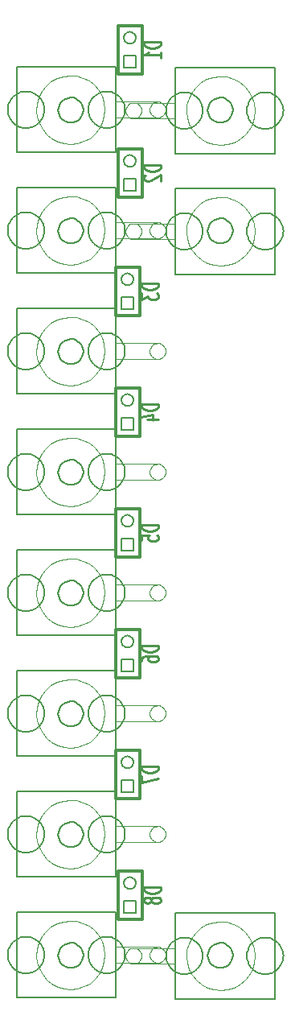
<source format=gbo>
G04 (created by PCBNEW-RS274X (2012-01-19 BZR 3256)-stable) date 12/6/2012 10:52:00 PM*
G01*
G70*
G90*
%MOIN*%
G04 Gerber Fmt 3.4, Leading zero omitted, Abs format*
%FSLAX34Y34*%
G04 APERTURE LIST*
%ADD10C,0.006000*%
%ADD11C,0.001000*%
%ADD12C,0.007900*%
%ADD13C,0.012000*%
%ADD14C,0.010700*%
G04 APERTURE END LIST*
G54D10*
G54D11*
X43950Y-42850D02*
X45680Y-42850D01*
X43950Y-42190D02*
X45670Y-42190D01*
X44280Y-42520D02*
X44273Y-42584D01*
X44255Y-42645D01*
X44224Y-42702D01*
X44184Y-42752D01*
X44134Y-42793D01*
X44077Y-42824D01*
X44016Y-42843D01*
X43952Y-42849D01*
X43889Y-42844D01*
X43827Y-42825D01*
X43770Y-42796D01*
X43720Y-42755D01*
X43678Y-42706D01*
X43647Y-42650D01*
X43628Y-42588D01*
X43621Y-42524D01*
X43626Y-42461D01*
X43644Y-42399D01*
X43673Y-42342D01*
X43713Y-42291D01*
X43762Y-42250D01*
X43818Y-42218D01*
X43880Y-42198D01*
X43944Y-42191D01*
X44007Y-42196D01*
X44069Y-42213D01*
X44126Y-42242D01*
X44177Y-42282D01*
X44219Y-42330D01*
X44251Y-42386D01*
X44271Y-42447D01*
X44279Y-42511D01*
X44280Y-42520D01*
X48980Y-42520D02*
X48952Y-42795D01*
X48872Y-43061D01*
X48742Y-43305D01*
X48567Y-43520D01*
X48354Y-43697D01*
X48110Y-43829D01*
X47845Y-43910D01*
X47569Y-43939D01*
X47294Y-43914D01*
X47029Y-43836D01*
X46783Y-43708D01*
X46567Y-43534D01*
X46389Y-43322D01*
X46255Y-43079D01*
X46172Y-42815D01*
X46141Y-42539D01*
X46164Y-42264D01*
X46240Y-41998D01*
X46367Y-41751D01*
X46539Y-41534D01*
X46750Y-41354D01*
X46992Y-41219D01*
X47256Y-41134D01*
X47531Y-41101D01*
X47806Y-41122D01*
X48073Y-41197D01*
X48320Y-41322D01*
X48539Y-41492D01*
X48720Y-41702D01*
X48857Y-41943D01*
X48944Y-42206D01*
X48979Y-42481D01*
X48980Y-42520D01*
G54D12*
X49800Y-40750D02*
X49800Y-44290D01*
X49800Y-44290D02*
X45670Y-44290D01*
X45670Y-44290D02*
X45670Y-40750D01*
X45670Y-40750D02*
X49800Y-40750D01*
G54D11*
X44950Y-72150D02*
X43220Y-72150D01*
X44950Y-72810D02*
X43230Y-72810D01*
X45280Y-72480D02*
X45273Y-72544D01*
X45255Y-72605D01*
X45224Y-72662D01*
X45184Y-72712D01*
X45134Y-72753D01*
X45077Y-72784D01*
X45016Y-72803D01*
X44952Y-72809D01*
X44889Y-72804D01*
X44827Y-72785D01*
X44770Y-72756D01*
X44720Y-72715D01*
X44678Y-72666D01*
X44647Y-72610D01*
X44628Y-72548D01*
X44621Y-72484D01*
X44626Y-72421D01*
X44644Y-72359D01*
X44673Y-72302D01*
X44713Y-72251D01*
X44762Y-72210D01*
X44818Y-72178D01*
X44880Y-72158D01*
X44944Y-72151D01*
X45007Y-72156D01*
X45069Y-72173D01*
X45126Y-72202D01*
X45177Y-72242D01*
X45219Y-72290D01*
X45251Y-72346D01*
X45271Y-72407D01*
X45279Y-72471D01*
X45280Y-72480D01*
X42760Y-72480D02*
X42732Y-72755D01*
X42652Y-73021D01*
X42522Y-73265D01*
X42347Y-73480D01*
X42134Y-73657D01*
X41890Y-73789D01*
X41625Y-73870D01*
X41349Y-73899D01*
X41074Y-73874D01*
X40809Y-73796D01*
X40563Y-73668D01*
X40347Y-73494D01*
X40169Y-73282D01*
X40035Y-73039D01*
X39952Y-72775D01*
X39921Y-72499D01*
X39944Y-72224D01*
X40020Y-71958D01*
X40147Y-71711D01*
X40319Y-71494D01*
X40530Y-71314D01*
X40772Y-71179D01*
X41036Y-71094D01*
X41311Y-71061D01*
X41586Y-71082D01*
X41853Y-71157D01*
X42100Y-71282D01*
X42319Y-71452D01*
X42500Y-71662D01*
X42637Y-71903D01*
X42724Y-72166D01*
X42759Y-72441D01*
X42760Y-72480D01*
G54D12*
X39100Y-74250D02*
X39100Y-70710D01*
X39100Y-70710D02*
X43230Y-70710D01*
X43230Y-70710D02*
X43230Y-74250D01*
X43230Y-74250D02*
X39100Y-74250D01*
G54D11*
X44950Y-67150D02*
X43220Y-67150D01*
X44950Y-67810D02*
X43230Y-67810D01*
X45280Y-67480D02*
X45273Y-67544D01*
X45255Y-67605D01*
X45224Y-67662D01*
X45184Y-67712D01*
X45134Y-67753D01*
X45077Y-67784D01*
X45016Y-67803D01*
X44952Y-67809D01*
X44889Y-67804D01*
X44827Y-67785D01*
X44770Y-67756D01*
X44720Y-67715D01*
X44678Y-67666D01*
X44647Y-67610D01*
X44628Y-67548D01*
X44621Y-67484D01*
X44626Y-67421D01*
X44644Y-67359D01*
X44673Y-67302D01*
X44713Y-67251D01*
X44762Y-67210D01*
X44818Y-67178D01*
X44880Y-67158D01*
X44944Y-67151D01*
X45007Y-67156D01*
X45069Y-67173D01*
X45126Y-67202D01*
X45177Y-67242D01*
X45219Y-67290D01*
X45251Y-67346D01*
X45271Y-67407D01*
X45279Y-67471D01*
X45280Y-67480D01*
X42760Y-67480D02*
X42732Y-67755D01*
X42652Y-68021D01*
X42522Y-68265D01*
X42347Y-68480D01*
X42134Y-68657D01*
X41890Y-68789D01*
X41625Y-68870D01*
X41349Y-68899D01*
X41074Y-68874D01*
X40809Y-68796D01*
X40563Y-68668D01*
X40347Y-68494D01*
X40169Y-68282D01*
X40035Y-68039D01*
X39952Y-67775D01*
X39921Y-67499D01*
X39944Y-67224D01*
X40020Y-66958D01*
X40147Y-66711D01*
X40319Y-66494D01*
X40530Y-66314D01*
X40772Y-66179D01*
X41036Y-66094D01*
X41311Y-66061D01*
X41586Y-66082D01*
X41853Y-66157D01*
X42100Y-66282D01*
X42319Y-66452D01*
X42500Y-66662D01*
X42637Y-66903D01*
X42724Y-67166D01*
X42759Y-67441D01*
X42760Y-67480D01*
G54D12*
X39100Y-69250D02*
X39100Y-65710D01*
X39100Y-65710D02*
X43230Y-65710D01*
X43230Y-65710D02*
X43230Y-69250D01*
X43230Y-69250D02*
X39100Y-69250D01*
G54D11*
X44950Y-42150D02*
X43220Y-42150D01*
X44950Y-42810D02*
X43230Y-42810D01*
X45280Y-42480D02*
X45273Y-42544D01*
X45255Y-42605D01*
X45224Y-42662D01*
X45184Y-42712D01*
X45134Y-42753D01*
X45077Y-42784D01*
X45016Y-42803D01*
X44952Y-42809D01*
X44889Y-42804D01*
X44827Y-42785D01*
X44770Y-42756D01*
X44720Y-42715D01*
X44678Y-42666D01*
X44647Y-42610D01*
X44628Y-42548D01*
X44621Y-42484D01*
X44626Y-42421D01*
X44644Y-42359D01*
X44673Y-42302D01*
X44713Y-42251D01*
X44762Y-42210D01*
X44818Y-42178D01*
X44880Y-42158D01*
X44944Y-42151D01*
X45007Y-42156D01*
X45069Y-42173D01*
X45126Y-42202D01*
X45177Y-42242D01*
X45219Y-42290D01*
X45251Y-42346D01*
X45271Y-42407D01*
X45279Y-42471D01*
X45280Y-42480D01*
X42760Y-42480D02*
X42732Y-42755D01*
X42652Y-43021D01*
X42522Y-43265D01*
X42347Y-43480D01*
X42134Y-43657D01*
X41890Y-43789D01*
X41625Y-43870D01*
X41349Y-43899D01*
X41074Y-43874D01*
X40809Y-43796D01*
X40563Y-43668D01*
X40347Y-43494D01*
X40169Y-43282D01*
X40035Y-43039D01*
X39952Y-42775D01*
X39921Y-42499D01*
X39944Y-42224D01*
X40020Y-41958D01*
X40147Y-41711D01*
X40319Y-41494D01*
X40530Y-41314D01*
X40772Y-41179D01*
X41036Y-41094D01*
X41311Y-41061D01*
X41586Y-41082D01*
X41853Y-41157D01*
X42100Y-41282D01*
X42319Y-41452D01*
X42500Y-41662D01*
X42637Y-41903D01*
X42724Y-42166D01*
X42759Y-42441D01*
X42760Y-42480D01*
G54D12*
X39100Y-44250D02*
X39100Y-40710D01*
X39100Y-40710D02*
X43230Y-40710D01*
X43230Y-40710D02*
X43230Y-44250D01*
X43230Y-44250D02*
X39100Y-44250D01*
G54D11*
X43950Y-72850D02*
X45680Y-72850D01*
X43950Y-72190D02*
X45670Y-72190D01*
X44280Y-72520D02*
X44273Y-72584D01*
X44255Y-72645D01*
X44224Y-72702D01*
X44184Y-72752D01*
X44134Y-72793D01*
X44077Y-72824D01*
X44016Y-72843D01*
X43952Y-72849D01*
X43889Y-72844D01*
X43827Y-72825D01*
X43770Y-72796D01*
X43720Y-72755D01*
X43678Y-72706D01*
X43647Y-72650D01*
X43628Y-72588D01*
X43621Y-72524D01*
X43626Y-72461D01*
X43644Y-72399D01*
X43673Y-72342D01*
X43713Y-72291D01*
X43762Y-72250D01*
X43818Y-72218D01*
X43880Y-72198D01*
X43944Y-72191D01*
X44007Y-72196D01*
X44069Y-72213D01*
X44126Y-72242D01*
X44177Y-72282D01*
X44219Y-72330D01*
X44251Y-72386D01*
X44271Y-72447D01*
X44279Y-72511D01*
X44280Y-72520D01*
X48980Y-72520D02*
X48952Y-72795D01*
X48872Y-73061D01*
X48742Y-73305D01*
X48567Y-73520D01*
X48354Y-73697D01*
X48110Y-73829D01*
X47845Y-73910D01*
X47569Y-73939D01*
X47294Y-73914D01*
X47029Y-73836D01*
X46783Y-73708D01*
X46567Y-73534D01*
X46389Y-73322D01*
X46255Y-73079D01*
X46172Y-72815D01*
X46141Y-72539D01*
X46164Y-72264D01*
X46240Y-71998D01*
X46367Y-71751D01*
X46539Y-71534D01*
X46750Y-71354D01*
X46992Y-71219D01*
X47256Y-71134D01*
X47531Y-71101D01*
X47806Y-71122D01*
X48073Y-71197D01*
X48320Y-71322D01*
X48539Y-71492D01*
X48720Y-71702D01*
X48857Y-71943D01*
X48944Y-72206D01*
X48979Y-72481D01*
X48980Y-72520D01*
G54D12*
X49800Y-70750D02*
X49800Y-74290D01*
X49800Y-74290D02*
X45670Y-74290D01*
X45670Y-74290D02*
X45670Y-70750D01*
X45670Y-70750D02*
X49800Y-70750D01*
G54D11*
X43950Y-37850D02*
X45680Y-37850D01*
X43950Y-37190D02*
X45670Y-37190D01*
X44280Y-37520D02*
X44273Y-37584D01*
X44255Y-37645D01*
X44224Y-37702D01*
X44184Y-37752D01*
X44134Y-37793D01*
X44077Y-37824D01*
X44016Y-37843D01*
X43952Y-37849D01*
X43889Y-37844D01*
X43827Y-37825D01*
X43770Y-37796D01*
X43720Y-37755D01*
X43678Y-37706D01*
X43647Y-37650D01*
X43628Y-37588D01*
X43621Y-37524D01*
X43626Y-37461D01*
X43644Y-37399D01*
X43673Y-37342D01*
X43713Y-37291D01*
X43762Y-37250D01*
X43818Y-37218D01*
X43880Y-37198D01*
X43944Y-37191D01*
X44007Y-37196D01*
X44069Y-37213D01*
X44126Y-37242D01*
X44177Y-37282D01*
X44219Y-37330D01*
X44251Y-37386D01*
X44271Y-37447D01*
X44279Y-37511D01*
X44280Y-37520D01*
X48980Y-37520D02*
X48952Y-37795D01*
X48872Y-38061D01*
X48742Y-38305D01*
X48567Y-38520D01*
X48354Y-38697D01*
X48110Y-38829D01*
X47845Y-38910D01*
X47569Y-38939D01*
X47294Y-38914D01*
X47029Y-38836D01*
X46783Y-38708D01*
X46567Y-38534D01*
X46389Y-38322D01*
X46255Y-38079D01*
X46172Y-37815D01*
X46141Y-37539D01*
X46164Y-37264D01*
X46240Y-36998D01*
X46367Y-36751D01*
X46539Y-36534D01*
X46750Y-36354D01*
X46992Y-36219D01*
X47256Y-36134D01*
X47531Y-36101D01*
X47806Y-36122D01*
X48073Y-36197D01*
X48320Y-36322D01*
X48539Y-36492D01*
X48720Y-36702D01*
X48857Y-36943D01*
X48944Y-37206D01*
X48979Y-37481D01*
X48980Y-37520D01*
G54D12*
X49800Y-35750D02*
X49800Y-39290D01*
X49800Y-39290D02*
X45670Y-39290D01*
X45670Y-39290D02*
X45670Y-35750D01*
X45670Y-35750D02*
X49800Y-35750D01*
G54D11*
X44950Y-57150D02*
X43220Y-57150D01*
X44950Y-57810D02*
X43230Y-57810D01*
X45280Y-57480D02*
X45273Y-57544D01*
X45255Y-57605D01*
X45224Y-57662D01*
X45184Y-57712D01*
X45134Y-57753D01*
X45077Y-57784D01*
X45016Y-57803D01*
X44952Y-57809D01*
X44889Y-57804D01*
X44827Y-57785D01*
X44770Y-57756D01*
X44720Y-57715D01*
X44678Y-57666D01*
X44647Y-57610D01*
X44628Y-57548D01*
X44621Y-57484D01*
X44626Y-57421D01*
X44644Y-57359D01*
X44673Y-57302D01*
X44713Y-57251D01*
X44762Y-57210D01*
X44818Y-57178D01*
X44880Y-57158D01*
X44944Y-57151D01*
X45007Y-57156D01*
X45069Y-57173D01*
X45126Y-57202D01*
X45177Y-57242D01*
X45219Y-57290D01*
X45251Y-57346D01*
X45271Y-57407D01*
X45279Y-57471D01*
X45280Y-57480D01*
X42760Y-57480D02*
X42732Y-57755D01*
X42652Y-58021D01*
X42522Y-58265D01*
X42347Y-58480D01*
X42134Y-58657D01*
X41890Y-58789D01*
X41625Y-58870D01*
X41349Y-58899D01*
X41074Y-58874D01*
X40809Y-58796D01*
X40563Y-58668D01*
X40347Y-58494D01*
X40169Y-58282D01*
X40035Y-58039D01*
X39952Y-57775D01*
X39921Y-57499D01*
X39944Y-57224D01*
X40020Y-56958D01*
X40147Y-56711D01*
X40319Y-56494D01*
X40530Y-56314D01*
X40772Y-56179D01*
X41036Y-56094D01*
X41311Y-56061D01*
X41586Y-56082D01*
X41853Y-56157D01*
X42100Y-56282D01*
X42319Y-56452D01*
X42500Y-56662D01*
X42637Y-56903D01*
X42724Y-57166D01*
X42759Y-57441D01*
X42760Y-57480D01*
G54D12*
X39100Y-59250D02*
X39100Y-55710D01*
X39100Y-55710D02*
X43230Y-55710D01*
X43230Y-55710D02*
X43230Y-59250D01*
X43230Y-59250D02*
X39100Y-59250D01*
G54D11*
X44950Y-52150D02*
X43220Y-52150D01*
X44950Y-52810D02*
X43230Y-52810D01*
X45280Y-52480D02*
X45273Y-52544D01*
X45255Y-52605D01*
X45224Y-52662D01*
X45184Y-52712D01*
X45134Y-52753D01*
X45077Y-52784D01*
X45016Y-52803D01*
X44952Y-52809D01*
X44889Y-52804D01*
X44827Y-52785D01*
X44770Y-52756D01*
X44720Y-52715D01*
X44678Y-52666D01*
X44647Y-52610D01*
X44628Y-52548D01*
X44621Y-52484D01*
X44626Y-52421D01*
X44644Y-52359D01*
X44673Y-52302D01*
X44713Y-52251D01*
X44762Y-52210D01*
X44818Y-52178D01*
X44880Y-52158D01*
X44944Y-52151D01*
X45007Y-52156D01*
X45069Y-52173D01*
X45126Y-52202D01*
X45177Y-52242D01*
X45219Y-52290D01*
X45251Y-52346D01*
X45271Y-52407D01*
X45279Y-52471D01*
X45280Y-52480D01*
X42760Y-52480D02*
X42732Y-52755D01*
X42652Y-53021D01*
X42522Y-53265D01*
X42347Y-53480D01*
X42134Y-53657D01*
X41890Y-53789D01*
X41625Y-53870D01*
X41349Y-53899D01*
X41074Y-53874D01*
X40809Y-53796D01*
X40563Y-53668D01*
X40347Y-53494D01*
X40169Y-53282D01*
X40035Y-53039D01*
X39952Y-52775D01*
X39921Y-52499D01*
X39944Y-52224D01*
X40020Y-51958D01*
X40147Y-51711D01*
X40319Y-51494D01*
X40530Y-51314D01*
X40772Y-51179D01*
X41036Y-51094D01*
X41311Y-51061D01*
X41586Y-51082D01*
X41853Y-51157D01*
X42100Y-51282D01*
X42319Y-51452D01*
X42500Y-51662D01*
X42637Y-51903D01*
X42724Y-52166D01*
X42759Y-52441D01*
X42760Y-52480D01*
G54D12*
X39100Y-54250D02*
X39100Y-50710D01*
X39100Y-50710D02*
X43230Y-50710D01*
X43230Y-50710D02*
X43230Y-54250D01*
X43230Y-54250D02*
X39100Y-54250D01*
G54D11*
X44950Y-37150D02*
X43220Y-37150D01*
X44950Y-37810D02*
X43230Y-37810D01*
X45280Y-37480D02*
X45273Y-37544D01*
X45255Y-37605D01*
X45224Y-37662D01*
X45184Y-37712D01*
X45134Y-37753D01*
X45077Y-37784D01*
X45016Y-37803D01*
X44952Y-37809D01*
X44889Y-37804D01*
X44827Y-37785D01*
X44770Y-37756D01*
X44720Y-37715D01*
X44678Y-37666D01*
X44647Y-37610D01*
X44628Y-37548D01*
X44621Y-37484D01*
X44626Y-37421D01*
X44644Y-37359D01*
X44673Y-37302D01*
X44713Y-37251D01*
X44762Y-37210D01*
X44818Y-37178D01*
X44880Y-37158D01*
X44944Y-37151D01*
X45007Y-37156D01*
X45069Y-37173D01*
X45126Y-37202D01*
X45177Y-37242D01*
X45219Y-37290D01*
X45251Y-37346D01*
X45271Y-37407D01*
X45279Y-37471D01*
X45280Y-37480D01*
X42760Y-37480D02*
X42732Y-37755D01*
X42652Y-38021D01*
X42522Y-38265D01*
X42347Y-38480D01*
X42134Y-38657D01*
X41890Y-38789D01*
X41625Y-38870D01*
X41349Y-38899D01*
X41074Y-38874D01*
X40809Y-38796D01*
X40563Y-38668D01*
X40347Y-38494D01*
X40169Y-38282D01*
X40035Y-38039D01*
X39952Y-37775D01*
X39921Y-37499D01*
X39944Y-37224D01*
X40020Y-36958D01*
X40147Y-36711D01*
X40319Y-36494D01*
X40530Y-36314D01*
X40772Y-36179D01*
X41036Y-36094D01*
X41311Y-36061D01*
X41586Y-36082D01*
X41853Y-36157D01*
X42100Y-36282D01*
X42319Y-36452D01*
X42500Y-36662D01*
X42637Y-36903D01*
X42724Y-37166D01*
X42759Y-37441D01*
X42760Y-37480D01*
G54D12*
X39100Y-39250D02*
X39100Y-35710D01*
X39100Y-35710D02*
X43230Y-35710D01*
X43230Y-35710D02*
X43230Y-39250D01*
X43230Y-39250D02*
X39100Y-39250D01*
G54D11*
X44950Y-47150D02*
X43220Y-47150D01*
X44950Y-47810D02*
X43230Y-47810D01*
X45280Y-47480D02*
X45273Y-47544D01*
X45255Y-47605D01*
X45224Y-47662D01*
X45184Y-47712D01*
X45134Y-47753D01*
X45077Y-47784D01*
X45016Y-47803D01*
X44952Y-47809D01*
X44889Y-47804D01*
X44827Y-47785D01*
X44770Y-47756D01*
X44720Y-47715D01*
X44678Y-47666D01*
X44647Y-47610D01*
X44628Y-47548D01*
X44621Y-47484D01*
X44626Y-47421D01*
X44644Y-47359D01*
X44673Y-47302D01*
X44713Y-47251D01*
X44762Y-47210D01*
X44818Y-47178D01*
X44880Y-47158D01*
X44944Y-47151D01*
X45007Y-47156D01*
X45069Y-47173D01*
X45126Y-47202D01*
X45177Y-47242D01*
X45219Y-47290D01*
X45251Y-47346D01*
X45271Y-47407D01*
X45279Y-47471D01*
X45280Y-47480D01*
X42760Y-47480D02*
X42732Y-47755D01*
X42652Y-48021D01*
X42522Y-48265D01*
X42347Y-48480D01*
X42134Y-48657D01*
X41890Y-48789D01*
X41625Y-48870D01*
X41349Y-48899D01*
X41074Y-48874D01*
X40809Y-48796D01*
X40563Y-48668D01*
X40347Y-48494D01*
X40169Y-48282D01*
X40035Y-48039D01*
X39952Y-47775D01*
X39921Y-47499D01*
X39944Y-47224D01*
X40020Y-46958D01*
X40147Y-46711D01*
X40319Y-46494D01*
X40530Y-46314D01*
X40772Y-46179D01*
X41036Y-46094D01*
X41311Y-46061D01*
X41586Y-46082D01*
X41853Y-46157D01*
X42100Y-46282D01*
X42319Y-46452D01*
X42500Y-46662D01*
X42637Y-46903D01*
X42724Y-47166D01*
X42759Y-47441D01*
X42760Y-47480D01*
G54D12*
X39100Y-49250D02*
X39100Y-45710D01*
X39100Y-45710D02*
X43230Y-45710D01*
X43230Y-45710D02*
X43230Y-49250D01*
X43230Y-49250D02*
X39100Y-49250D01*
G54D11*
X44950Y-62150D02*
X43220Y-62150D01*
X44950Y-62810D02*
X43230Y-62810D01*
X45280Y-62480D02*
X45273Y-62544D01*
X45255Y-62605D01*
X45224Y-62662D01*
X45184Y-62712D01*
X45134Y-62753D01*
X45077Y-62784D01*
X45016Y-62803D01*
X44952Y-62809D01*
X44889Y-62804D01*
X44827Y-62785D01*
X44770Y-62756D01*
X44720Y-62715D01*
X44678Y-62666D01*
X44647Y-62610D01*
X44628Y-62548D01*
X44621Y-62484D01*
X44626Y-62421D01*
X44644Y-62359D01*
X44673Y-62302D01*
X44713Y-62251D01*
X44762Y-62210D01*
X44818Y-62178D01*
X44880Y-62158D01*
X44944Y-62151D01*
X45007Y-62156D01*
X45069Y-62173D01*
X45126Y-62202D01*
X45177Y-62242D01*
X45219Y-62290D01*
X45251Y-62346D01*
X45271Y-62407D01*
X45279Y-62471D01*
X45280Y-62480D01*
X42760Y-62480D02*
X42732Y-62755D01*
X42652Y-63021D01*
X42522Y-63265D01*
X42347Y-63480D01*
X42134Y-63657D01*
X41890Y-63789D01*
X41625Y-63870D01*
X41349Y-63899D01*
X41074Y-63874D01*
X40809Y-63796D01*
X40563Y-63668D01*
X40347Y-63494D01*
X40169Y-63282D01*
X40035Y-63039D01*
X39952Y-62775D01*
X39921Y-62499D01*
X39944Y-62224D01*
X40020Y-61958D01*
X40147Y-61711D01*
X40319Y-61494D01*
X40530Y-61314D01*
X40772Y-61179D01*
X41036Y-61094D01*
X41311Y-61061D01*
X41586Y-61082D01*
X41853Y-61157D01*
X42100Y-61282D01*
X42319Y-61452D01*
X42500Y-61662D01*
X42637Y-61903D01*
X42724Y-62166D01*
X42759Y-62441D01*
X42760Y-62480D01*
G54D12*
X39100Y-64250D02*
X39100Y-60710D01*
X39100Y-60710D02*
X43230Y-60710D01*
X43230Y-60710D02*
X43230Y-64250D01*
X43230Y-64250D02*
X39100Y-64250D01*
G54D13*
X43300Y-36000D02*
X44300Y-36000D01*
X44300Y-36000D02*
X44300Y-34000D01*
X44300Y-34000D02*
X43300Y-34000D01*
X43300Y-34000D02*
X43300Y-36000D01*
X43300Y-41100D02*
X44300Y-41100D01*
X44300Y-41100D02*
X44300Y-39100D01*
X44300Y-39100D02*
X43300Y-39100D01*
X43300Y-39100D02*
X43300Y-41100D01*
X43200Y-51000D02*
X44200Y-51000D01*
X44200Y-51000D02*
X44200Y-49000D01*
X44200Y-49000D02*
X43200Y-49000D01*
X43200Y-49000D02*
X43200Y-51000D01*
X43200Y-46000D02*
X44200Y-46000D01*
X44200Y-46000D02*
X44200Y-44000D01*
X44200Y-44000D02*
X43200Y-44000D01*
X43200Y-44000D02*
X43200Y-46000D01*
X43200Y-66000D02*
X44200Y-66000D01*
X44200Y-66000D02*
X44200Y-64000D01*
X44200Y-64000D02*
X43200Y-64000D01*
X43200Y-64000D02*
X43200Y-66000D01*
X43300Y-71000D02*
X44300Y-71000D01*
X44300Y-71000D02*
X44300Y-69000D01*
X44300Y-69000D02*
X43300Y-69000D01*
X43300Y-69000D02*
X43300Y-71000D01*
X43200Y-61000D02*
X44200Y-61000D01*
X44200Y-61000D02*
X44200Y-59000D01*
X44200Y-59000D02*
X43200Y-59000D01*
X43200Y-59000D02*
X43200Y-61000D01*
X43200Y-56000D02*
X44200Y-56000D01*
X44200Y-56000D02*
X44200Y-54000D01*
X44200Y-54000D02*
X43200Y-54000D01*
X43200Y-54000D02*
X43200Y-56000D01*
G54D10*
X49410Y-41763D02*
X49410Y-41763D01*
X49410Y-43277D02*
X49410Y-43277D01*
X49410Y-41763D02*
X49345Y-41766D01*
X49279Y-41775D01*
X49215Y-41789D01*
X49152Y-41809D01*
X49091Y-41834D01*
X49032Y-41865D01*
X48976Y-41900D01*
X48924Y-41941D01*
X48875Y-41985D01*
X48831Y-42034D01*
X48790Y-42086D01*
X48755Y-42142D01*
X48724Y-42201D01*
X48699Y-42262D01*
X48679Y-42325D01*
X48665Y-42389D01*
X48656Y-42455D01*
X48653Y-42520D01*
X48656Y-42585D01*
X48665Y-42651D01*
X48679Y-42715D01*
X48699Y-42778D01*
X48724Y-42839D01*
X48755Y-42898D01*
X48790Y-42954D01*
X48831Y-43006D01*
X48875Y-43055D01*
X48924Y-43099D01*
X48976Y-43140D01*
X49032Y-43175D01*
X49091Y-43206D01*
X49152Y-43231D01*
X49215Y-43251D01*
X49279Y-43265D01*
X49345Y-43274D01*
X49410Y-43277D01*
X49410Y-43277D02*
X49475Y-43274D01*
X49541Y-43265D01*
X49605Y-43251D01*
X49668Y-43231D01*
X49729Y-43206D01*
X49788Y-43175D01*
X49844Y-43140D01*
X49896Y-43099D01*
X49945Y-43055D01*
X49989Y-43006D01*
X50030Y-42954D01*
X50065Y-42898D01*
X50096Y-42839D01*
X50121Y-42778D01*
X50141Y-42715D01*
X50155Y-42651D01*
X50164Y-42585D01*
X50167Y-42520D01*
X50164Y-42455D01*
X50155Y-42389D01*
X50141Y-42325D01*
X50121Y-42262D01*
X50096Y-42201D01*
X50065Y-42142D01*
X50030Y-42086D01*
X49989Y-42034D01*
X49945Y-41985D01*
X49896Y-41941D01*
X49844Y-41900D01*
X49788Y-41865D01*
X49729Y-41834D01*
X49668Y-41809D01*
X49605Y-41789D01*
X49541Y-41775D01*
X49475Y-41766D01*
X49410Y-41763D01*
X46060Y-41763D02*
X46060Y-41763D01*
X46060Y-43277D02*
X46060Y-43277D01*
X46060Y-41763D02*
X45995Y-41766D01*
X45929Y-41775D01*
X45865Y-41789D01*
X45802Y-41809D01*
X45741Y-41834D01*
X45682Y-41865D01*
X45626Y-41900D01*
X45574Y-41941D01*
X45525Y-41985D01*
X45481Y-42034D01*
X45440Y-42086D01*
X45405Y-42142D01*
X45374Y-42201D01*
X45349Y-42262D01*
X45329Y-42325D01*
X45315Y-42389D01*
X45306Y-42455D01*
X45303Y-42520D01*
X45306Y-42585D01*
X45315Y-42651D01*
X45329Y-42715D01*
X45349Y-42778D01*
X45374Y-42839D01*
X45405Y-42898D01*
X45440Y-42954D01*
X45481Y-43006D01*
X45525Y-43055D01*
X45574Y-43099D01*
X45626Y-43140D01*
X45682Y-43175D01*
X45741Y-43206D01*
X45802Y-43231D01*
X45865Y-43251D01*
X45929Y-43265D01*
X45995Y-43274D01*
X46060Y-43277D01*
X46060Y-43277D02*
X46125Y-43274D01*
X46191Y-43265D01*
X46255Y-43251D01*
X46318Y-43231D01*
X46379Y-43206D01*
X46438Y-43175D01*
X46494Y-43140D01*
X46546Y-43099D01*
X46595Y-43055D01*
X46639Y-43006D01*
X46680Y-42954D01*
X46715Y-42898D01*
X46746Y-42839D01*
X46771Y-42778D01*
X46791Y-42715D01*
X46805Y-42651D01*
X46814Y-42585D01*
X46817Y-42520D01*
X46814Y-42455D01*
X46805Y-42389D01*
X46791Y-42325D01*
X46771Y-42262D01*
X46746Y-42201D01*
X46715Y-42142D01*
X46680Y-42086D01*
X46639Y-42034D01*
X46595Y-41985D01*
X46546Y-41941D01*
X46494Y-41900D01*
X46438Y-41865D01*
X46379Y-41834D01*
X46318Y-41809D01*
X46255Y-41789D01*
X46191Y-41775D01*
X46125Y-41766D01*
X46060Y-41763D01*
X48070Y-42500D02*
X48060Y-42601D01*
X48030Y-42698D01*
X47983Y-42787D01*
X47918Y-42866D01*
X47840Y-42931D01*
X47751Y-42979D01*
X47654Y-43009D01*
X47553Y-43019D01*
X47453Y-43010D01*
X47356Y-42982D01*
X47266Y-42935D01*
X47187Y-42871D01*
X47121Y-42793D01*
X47073Y-42704D01*
X47042Y-42608D01*
X47031Y-42507D01*
X47039Y-42407D01*
X47067Y-42309D01*
X47113Y-42219D01*
X47176Y-42139D01*
X47254Y-42074D01*
X47342Y-42024D01*
X47439Y-41993D01*
X47540Y-41981D01*
X47640Y-41988D01*
X47738Y-42016D01*
X47828Y-42061D01*
X47908Y-42124D01*
X47974Y-42201D01*
X48025Y-42289D01*
X48057Y-42385D01*
X48069Y-42486D01*
X48070Y-42500D01*
X39490Y-73237D02*
X39490Y-73237D01*
X39490Y-71723D02*
X39490Y-71723D01*
X39490Y-73237D02*
X39555Y-73234D01*
X39621Y-73225D01*
X39685Y-73211D01*
X39748Y-73191D01*
X39809Y-73166D01*
X39868Y-73135D01*
X39924Y-73100D01*
X39976Y-73059D01*
X40025Y-73015D01*
X40069Y-72966D01*
X40110Y-72914D01*
X40145Y-72858D01*
X40176Y-72799D01*
X40201Y-72738D01*
X40221Y-72675D01*
X40235Y-72611D01*
X40244Y-72545D01*
X40247Y-72480D01*
X40244Y-72415D01*
X40235Y-72349D01*
X40221Y-72285D01*
X40201Y-72222D01*
X40176Y-72161D01*
X40145Y-72102D01*
X40110Y-72046D01*
X40069Y-71994D01*
X40025Y-71945D01*
X39976Y-71901D01*
X39924Y-71860D01*
X39868Y-71825D01*
X39809Y-71794D01*
X39748Y-71769D01*
X39685Y-71749D01*
X39621Y-71735D01*
X39555Y-71726D01*
X39490Y-71723D01*
X39490Y-71723D02*
X39425Y-71726D01*
X39359Y-71735D01*
X39295Y-71749D01*
X39232Y-71769D01*
X39171Y-71794D01*
X39112Y-71825D01*
X39056Y-71860D01*
X39004Y-71901D01*
X38955Y-71945D01*
X38911Y-71994D01*
X38870Y-72046D01*
X38835Y-72102D01*
X38804Y-72161D01*
X38779Y-72222D01*
X38759Y-72285D01*
X38745Y-72349D01*
X38736Y-72415D01*
X38733Y-72480D01*
X38736Y-72545D01*
X38745Y-72611D01*
X38759Y-72675D01*
X38779Y-72738D01*
X38804Y-72799D01*
X38835Y-72858D01*
X38870Y-72914D01*
X38911Y-72966D01*
X38955Y-73015D01*
X39004Y-73059D01*
X39056Y-73100D01*
X39112Y-73135D01*
X39171Y-73166D01*
X39232Y-73191D01*
X39295Y-73211D01*
X39359Y-73225D01*
X39425Y-73234D01*
X39490Y-73237D01*
X42840Y-73237D02*
X42840Y-73237D01*
X42840Y-71723D02*
X42840Y-71723D01*
X42840Y-73237D02*
X42905Y-73234D01*
X42971Y-73225D01*
X43035Y-73211D01*
X43098Y-73191D01*
X43159Y-73166D01*
X43218Y-73135D01*
X43274Y-73100D01*
X43326Y-73059D01*
X43375Y-73015D01*
X43419Y-72966D01*
X43460Y-72914D01*
X43495Y-72858D01*
X43526Y-72799D01*
X43551Y-72738D01*
X43571Y-72675D01*
X43585Y-72611D01*
X43594Y-72545D01*
X43597Y-72480D01*
X43594Y-72415D01*
X43585Y-72349D01*
X43571Y-72285D01*
X43551Y-72222D01*
X43526Y-72161D01*
X43495Y-72102D01*
X43460Y-72046D01*
X43419Y-71994D01*
X43375Y-71945D01*
X43326Y-71901D01*
X43274Y-71860D01*
X43218Y-71825D01*
X43159Y-71794D01*
X43098Y-71769D01*
X43035Y-71749D01*
X42971Y-71735D01*
X42905Y-71726D01*
X42840Y-71723D01*
X42840Y-71723D02*
X42775Y-71726D01*
X42709Y-71735D01*
X42645Y-71749D01*
X42582Y-71769D01*
X42521Y-71794D01*
X42462Y-71825D01*
X42406Y-71860D01*
X42354Y-71901D01*
X42305Y-71945D01*
X42261Y-71994D01*
X42220Y-72046D01*
X42185Y-72102D01*
X42154Y-72161D01*
X42129Y-72222D01*
X42109Y-72285D01*
X42095Y-72349D01*
X42086Y-72415D01*
X42083Y-72480D01*
X42086Y-72545D01*
X42095Y-72611D01*
X42109Y-72675D01*
X42129Y-72738D01*
X42154Y-72799D01*
X42185Y-72858D01*
X42220Y-72914D01*
X42261Y-72966D01*
X42305Y-73015D01*
X42354Y-73059D01*
X42406Y-73100D01*
X42462Y-73135D01*
X42521Y-73166D01*
X42582Y-73191D01*
X42645Y-73211D01*
X42709Y-73225D01*
X42775Y-73234D01*
X42840Y-73237D01*
X41870Y-72500D02*
X41860Y-72601D01*
X41830Y-72698D01*
X41783Y-72787D01*
X41718Y-72866D01*
X41640Y-72931D01*
X41551Y-72979D01*
X41454Y-73009D01*
X41353Y-73019D01*
X41253Y-73010D01*
X41156Y-72982D01*
X41066Y-72935D01*
X40987Y-72871D01*
X40921Y-72793D01*
X40873Y-72704D01*
X40842Y-72608D01*
X40831Y-72507D01*
X40839Y-72407D01*
X40867Y-72309D01*
X40913Y-72219D01*
X40976Y-72139D01*
X41054Y-72074D01*
X41142Y-72024D01*
X41239Y-71993D01*
X41340Y-71981D01*
X41440Y-71988D01*
X41538Y-72016D01*
X41628Y-72061D01*
X41708Y-72124D01*
X41774Y-72201D01*
X41825Y-72289D01*
X41857Y-72385D01*
X41869Y-72486D01*
X41870Y-72500D01*
X39490Y-68237D02*
X39490Y-68237D01*
X39490Y-66723D02*
X39490Y-66723D01*
X39490Y-68237D02*
X39555Y-68234D01*
X39621Y-68225D01*
X39685Y-68211D01*
X39748Y-68191D01*
X39809Y-68166D01*
X39868Y-68135D01*
X39924Y-68100D01*
X39976Y-68059D01*
X40025Y-68015D01*
X40069Y-67966D01*
X40110Y-67914D01*
X40145Y-67858D01*
X40176Y-67799D01*
X40201Y-67738D01*
X40221Y-67675D01*
X40235Y-67611D01*
X40244Y-67545D01*
X40247Y-67480D01*
X40244Y-67415D01*
X40235Y-67349D01*
X40221Y-67285D01*
X40201Y-67222D01*
X40176Y-67161D01*
X40145Y-67102D01*
X40110Y-67046D01*
X40069Y-66994D01*
X40025Y-66945D01*
X39976Y-66901D01*
X39924Y-66860D01*
X39868Y-66825D01*
X39809Y-66794D01*
X39748Y-66769D01*
X39685Y-66749D01*
X39621Y-66735D01*
X39555Y-66726D01*
X39490Y-66723D01*
X39490Y-66723D02*
X39425Y-66726D01*
X39359Y-66735D01*
X39295Y-66749D01*
X39232Y-66769D01*
X39171Y-66794D01*
X39112Y-66825D01*
X39056Y-66860D01*
X39004Y-66901D01*
X38955Y-66945D01*
X38911Y-66994D01*
X38870Y-67046D01*
X38835Y-67102D01*
X38804Y-67161D01*
X38779Y-67222D01*
X38759Y-67285D01*
X38745Y-67349D01*
X38736Y-67415D01*
X38733Y-67480D01*
X38736Y-67545D01*
X38745Y-67611D01*
X38759Y-67675D01*
X38779Y-67738D01*
X38804Y-67799D01*
X38835Y-67858D01*
X38870Y-67914D01*
X38911Y-67966D01*
X38955Y-68015D01*
X39004Y-68059D01*
X39056Y-68100D01*
X39112Y-68135D01*
X39171Y-68166D01*
X39232Y-68191D01*
X39295Y-68211D01*
X39359Y-68225D01*
X39425Y-68234D01*
X39490Y-68237D01*
X42840Y-68237D02*
X42840Y-68237D01*
X42840Y-66723D02*
X42840Y-66723D01*
X42840Y-68237D02*
X42905Y-68234D01*
X42971Y-68225D01*
X43035Y-68211D01*
X43098Y-68191D01*
X43159Y-68166D01*
X43218Y-68135D01*
X43274Y-68100D01*
X43326Y-68059D01*
X43375Y-68015D01*
X43419Y-67966D01*
X43460Y-67914D01*
X43495Y-67858D01*
X43526Y-67799D01*
X43551Y-67738D01*
X43571Y-67675D01*
X43585Y-67611D01*
X43594Y-67545D01*
X43597Y-67480D01*
X43594Y-67415D01*
X43585Y-67349D01*
X43571Y-67285D01*
X43551Y-67222D01*
X43526Y-67161D01*
X43495Y-67102D01*
X43460Y-67046D01*
X43419Y-66994D01*
X43375Y-66945D01*
X43326Y-66901D01*
X43274Y-66860D01*
X43218Y-66825D01*
X43159Y-66794D01*
X43098Y-66769D01*
X43035Y-66749D01*
X42971Y-66735D01*
X42905Y-66726D01*
X42840Y-66723D01*
X42840Y-66723D02*
X42775Y-66726D01*
X42709Y-66735D01*
X42645Y-66749D01*
X42582Y-66769D01*
X42521Y-66794D01*
X42462Y-66825D01*
X42406Y-66860D01*
X42354Y-66901D01*
X42305Y-66945D01*
X42261Y-66994D01*
X42220Y-67046D01*
X42185Y-67102D01*
X42154Y-67161D01*
X42129Y-67222D01*
X42109Y-67285D01*
X42095Y-67349D01*
X42086Y-67415D01*
X42083Y-67480D01*
X42086Y-67545D01*
X42095Y-67611D01*
X42109Y-67675D01*
X42129Y-67738D01*
X42154Y-67799D01*
X42185Y-67858D01*
X42220Y-67914D01*
X42261Y-67966D01*
X42305Y-68015D01*
X42354Y-68059D01*
X42406Y-68100D01*
X42462Y-68135D01*
X42521Y-68166D01*
X42582Y-68191D01*
X42645Y-68211D01*
X42709Y-68225D01*
X42775Y-68234D01*
X42840Y-68237D01*
X41870Y-67500D02*
X41860Y-67601D01*
X41830Y-67698D01*
X41783Y-67787D01*
X41718Y-67866D01*
X41640Y-67931D01*
X41551Y-67979D01*
X41454Y-68009D01*
X41353Y-68019D01*
X41253Y-68010D01*
X41156Y-67982D01*
X41066Y-67935D01*
X40987Y-67871D01*
X40921Y-67793D01*
X40873Y-67704D01*
X40842Y-67608D01*
X40831Y-67507D01*
X40839Y-67407D01*
X40867Y-67309D01*
X40913Y-67219D01*
X40976Y-67139D01*
X41054Y-67074D01*
X41142Y-67024D01*
X41239Y-66993D01*
X41340Y-66981D01*
X41440Y-66988D01*
X41538Y-67016D01*
X41628Y-67061D01*
X41708Y-67124D01*
X41774Y-67201D01*
X41825Y-67289D01*
X41857Y-67385D01*
X41869Y-67486D01*
X41870Y-67500D01*
X39490Y-43237D02*
X39490Y-43237D01*
X39490Y-41723D02*
X39490Y-41723D01*
X39490Y-43237D02*
X39555Y-43234D01*
X39621Y-43225D01*
X39685Y-43211D01*
X39748Y-43191D01*
X39809Y-43166D01*
X39868Y-43135D01*
X39924Y-43100D01*
X39976Y-43059D01*
X40025Y-43015D01*
X40069Y-42966D01*
X40110Y-42914D01*
X40145Y-42858D01*
X40176Y-42799D01*
X40201Y-42738D01*
X40221Y-42675D01*
X40235Y-42611D01*
X40244Y-42545D01*
X40247Y-42480D01*
X40244Y-42415D01*
X40235Y-42349D01*
X40221Y-42285D01*
X40201Y-42222D01*
X40176Y-42161D01*
X40145Y-42102D01*
X40110Y-42046D01*
X40069Y-41994D01*
X40025Y-41945D01*
X39976Y-41901D01*
X39924Y-41860D01*
X39868Y-41825D01*
X39809Y-41794D01*
X39748Y-41769D01*
X39685Y-41749D01*
X39621Y-41735D01*
X39555Y-41726D01*
X39490Y-41723D01*
X39490Y-41723D02*
X39425Y-41726D01*
X39359Y-41735D01*
X39295Y-41749D01*
X39232Y-41769D01*
X39171Y-41794D01*
X39112Y-41825D01*
X39056Y-41860D01*
X39004Y-41901D01*
X38955Y-41945D01*
X38911Y-41994D01*
X38870Y-42046D01*
X38835Y-42102D01*
X38804Y-42161D01*
X38779Y-42222D01*
X38759Y-42285D01*
X38745Y-42349D01*
X38736Y-42415D01*
X38733Y-42480D01*
X38736Y-42545D01*
X38745Y-42611D01*
X38759Y-42675D01*
X38779Y-42738D01*
X38804Y-42799D01*
X38835Y-42858D01*
X38870Y-42914D01*
X38911Y-42966D01*
X38955Y-43015D01*
X39004Y-43059D01*
X39056Y-43100D01*
X39112Y-43135D01*
X39171Y-43166D01*
X39232Y-43191D01*
X39295Y-43211D01*
X39359Y-43225D01*
X39425Y-43234D01*
X39490Y-43237D01*
X42840Y-43237D02*
X42840Y-43237D01*
X42840Y-41723D02*
X42840Y-41723D01*
X42840Y-43237D02*
X42905Y-43234D01*
X42971Y-43225D01*
X43035Y-43211D01*
X43098Y-43191D01*
X43159Y-43166D01*
X43218Y-43135D01*
X43274Y-43100D01*
X43326Y-43059D01*
X43375Y-43015D01*
X43419Y-42966D01*
X43460Y-42914D01*
X43495Y-42858D01*
X43526Y-42799D01*
X43551Y-42738D01*
X43571Y-42675D01*
X43585Y-42611D01*
X43594Y-42545D01*
X43597Y-42480D01*
X43594Y-42415D01*
X43585Y-42349D01*
X43571Y-42285D01*
X43551Y-42222D01*
X43526Y-42161D01*
X43495Y-42102D01*
X43460Y-42046D01*
X43419Y-41994D01*
X43375Y-41945D01*
X43326Y-41901D01*
X43274Y-41860D01*
X43218Y-41825D01*
X43159Y-41794D01*
X43098Y-41769D01*
X43035Y-41749D01*
X42971Y-41735D01*
X42905Y-41726D01*
X42840Y-41723D01*
X42840Y-41723D02*
X42775Y-41726D01*
X42709Y-41735D01*
X42645Y-41749D01*
X42582Y-41769D01*
X42521Y-41794D01*
X42462Y-41825D01*
X42406Y-41860D01*
X42354Y-41901D01*
X42305Y-41945D01*
X42261Y-41994D01*
X42220Y-42046D01*
X42185Y-42102D01*
X42154Y-42161D01*
X42129Y-42222D01*
X42109Y-42285D01*
X42095Y-42349D01*
X42086Y-42415D01*
X42083Y-42480D01*
X42086Y-42545D01*
X42095Y-42611D01*
X42109Y-42675D01*
X42129Y-42738D01*
X42154Y-42799D01*
X42185Y-42858D01*
X42220Y-42914D01*
X42261Y-42966D01*
X42305Y-43015D01*
X42354Y-43059D01*
X42406Y-43100D01*
X42462Y-43135D01*
X42521Y-43166D01*
X42582Y-43191D01*
X42645Y-43211D01*
X42709Y-43225D01*
X42775Y-43234D01*
X42840Y-43237D01*
X41870Y-42500D02*
X41860Y-42601D01*
X41830Y-42698D01*
X41783Y-42787D01*
X41718Y-42866D01*
X41640Y-42931D01*
X41551Y-42979D01*
X41454Y-43009D01*
X41353Y-43019D01*
X41253Y-43010D01*
X41156Y-42982D01*
X41066Y-42935D01*
X40987Y-42871D01*
X40921Y-42793D01*
X40873Y-42704D01*
X40842Y-42608D01*
X40831Y-42507D01*
X40839Y-42407D01*
X40867Y-42309D01*
X40913Y-42219D01*
X40976Y-42139D01*
X41054Y-42074D01*
X41142Y-42024D01*
X41239Y-41993D01*
X41340Y-41981D01*
X41440Y-41988D01*
X41538Y-42016D01*
X41628Y-42061D01*
X41708Y-42124D01*
X41774Y-42201D01*
X41825Y-42289D01*
X41857Y-42385D01*
X41869Y-42486D01*
X41870Y-42500D01*
X49410Y-71763D02*
X49410Y-71763D01*
X49410Y-73277D02*
X49410Y-73277D01*
X49410Y-71763D02*
X49345Y-71766D01*
X49279Y-71775D01*
X49215Y-71789D01*
X49152Y-71809D01*
X49091Y-71834D01*
X49032Y-71865D01*
X48976Y-71900D01*
X48924Y-71941D01*
X48875Y-71985D01*
X48831Y-72034D01*
X48790Y-72086D01*
X48755Y-72142D01*
X48724Y-72201D01*
X48699Y-72262D01*
X48679Y-72325D01*
X48665Y-72389D01*
X48656Y-72455D01*
X48653Y-72520D01*
X48656Y-72585D01*
X48665Y-72651D01*
X48679Y-72715D01*
X48699Y-72778D01*
X48724Y-72839D01*
X48755Y-72898D01*
X48790Y-72954D01*
X48831Y-73006D01*
X48875Y-73055D01*
X48924Y-73099D01*
X48976Y-73140D01*
X49032Y-73175D01*
X49091Y-73206D01*
X49152Y-73231D01*
X49215Y-73251D01*
X49279Y-73265D01*
X49345Y-73274D01*
X49410Y-73277D01*
X49410Y-73277D02*
X49475Y-73274D01*
X49541Y-73265D01*
X49605Y-73251D01*
X49668Y-73231D01*
X49729Y-73206D01*
X49788Y-73175D01*
X49844Y-73140D01*
X49896Y-73099D01*
X49945Y-73055D01*
X49989Y-73006D01*
X50030Y-72954D01*
X50065Y-72898D01*
X50096Y-72839D01*
X50121Y-72778D01*
X50141Y-72715D01*
X50155Y-72651D01*
X50164Y-72585D01*
X50167Y-72520D01*
X50164Y-72455D01*
X50155Y-72389D01*
X50141Y-72325D01*
X50121Y-72262D01*
X50096Y-72201D01*
X50065Y-72142D01*
X50030Y-72086D01*
X49989Y-72034D01*
X49945Y-71985D01*
X49896Y-71941D01*
X49844Y-71900D01*
X49788Y-71865D01*
X49729Y-71834D01*
X49668Y-71809D01*
X49605Y-71789D01*
X49541Y-71775D01*
X49475Y-71766D01*
X49410Y-71763D01*
X46060Y-71763D02*
X46060Y-71763D01*
X46060Y-73277D02*
X46060Y-73277D01*
X46060Y-71763D02*
X45995Y-71766D01*
X45929Y-71775D01*
X45865Y-71789D01*
X45802Y-71809D01*
X45741Y-71834D01*
X45682Y-71865D01*
X45626Y-71900D01*
X45574Y-71941D01*
X45525Y-71985D01*
X45481Y-72034D01*
X45440Y-72086D01*
X45405Y-72142D01*
X45374Y-72201D01*
X45349Y-72262D01*
X45329Y-72325D01*
X45315Y-72389D01*
X45306Y-72455D01*
X45303Y-72520D01*
X45306Y-72585D01*
X45315Y-72651D01*
X45329Y-72715D01*
X45349Y-72778D01*
X45374Y-72839D01*
X45405Y-72898D01*
X45440Y-72954D01*
X45481Y-73006D01*
X45525Y-73055D01*
X45574Y-73099D01*
X45626Y-73140D01*
X45682Y-73175D01*
X45741Y-73206D01*
X45802Y-73231D01*
X45865Y-73251D01*
X45929Y-73265D01*
X45995Y-73274D01*
X46060Y-73277D01*
X46060Y-73277D02*
X46125Y-73274D01*
X46191Y-73265D01*
X46255Y-73251D01*
X46318Y-73231D01*
X46379Y-73206D01*
X46438Y-73175D01*
X46494Y-73140D01*
X46546Y-73099D01*
X46595Y-73055D01*
X46639Y-73006D01*
X46680Y-72954D01*
X46715Y-72898D01*
X46746Y-72839D01*
X46771Y-72778D01*
X46791Y-72715D01*
X46805Y-72651D01*
X46814Y-72585D01*
X46817Y-72520D01*
X46814Y-72455D01*
X46805Y-72389D01*
X46791Y-72325D01*
X46771Y-72262D01*
X46746Y-72201D01*
X46715Y-72142D01*
X46680Y-72086D01*
X46639Y-72034D01*
X46595Y-71985D01*
X46546Y-71941D01*
X46494Y-71900D01*
X46438Y-71865D01*
X46379Y-71834D01*
X46318Y-71809D01*
X46255Y-71789D01*
X46191Y-71775D01*
X46125Y-71766D01*
X46060Y-71763D01*
X48070Y-72500D02*
X48060Y-72601D01*
X48030Y-72698D01*
X47983Y-72787D01*
X47918Y-72866D01*
X47840Y-72931D01*
X47751Y-72979D01*
X47654Y-73009D01*
X47553Y-73019D01*
X47453Y-73010D01*
X47356Y-72982D01*
X47266Y-72935D01*
X47187Y-72871D01*
X47121Y-72793D01*
X47073Y-72704D01*
X47042Y-72608D01*
X47031Y-72507D01*
X47039Y-72407D01*
X47067Y-72309D01*
X47113Y-72219D01*
X47176Y-72139D01*
X47254Y-72074D01*
X47342Y-72024D01*
X47439Y-71993D01*
X47540Y-71981D01*
X47640Y-71988D01*
X47738Y-72016D01*
X47828Y-72061D01*
X47908Y-72124D01*
X47974Y-72201D01*
X48025Y-72289D01*
X48057Y-72385D01*
X48069Y-72486D01*
X48070Y-72500D01*
X49410Y-36763D02*
X49410Y-36763D01*
X49410Y-38277D02*
X49410Y-38277D01*
X49410Y-36763D02*
X49345Y-36766D01*
X49279Y-36775D01*
X49215Y-36789D01*
X49152Y-36809D01*
X49091Y-36834D01*
X49032Y-36865D01*
X48976Y-36900D01*
X48924Y-36941D01*
X48875Y-36985D01*
X48831Y-37034D01*
X48790Y-37086D01*
X48755Y-37142D01*
X48724Y-37201D01*
X48699Y-37262D01*
X48679Y-37325D01*
X48665Y-37389D01*
X48656Y-37455D01*
X48653Y-37520D01*
X48656Y-37585D01*
X48665Y-37651D01*
X48679Y-37715D01*
X48699Y-37778D01*
X48724Y-37839D01*
X48755Y-37898D01*
X48790Y-37954D01*
X48831Y-38006D01*
X48875Y-38055D01*
X48924Y-38099D01*
X48976Y-38140D01*
X49032Y-38175D01*
X49091Y-38206D01*
X49152Y-38231D01*
X49215Y-38251D01*
X49279Y-38265D01*
X49345Y-38274D01*
X49410Y-38277D01*
X49410Y-38277D02*
X49475Y-38274D01*
X49541Y-38265D01*
X49605Y-38251D01*
X49668Y-38231D01*
X49729Y-38206D01*
X49788Y-38175D01*
X49844Y-38140D01*
X49896Y-38099D01*
X49945Y-38055D01*
X49989Y-38006D01*
X50030Y-37954D01*
X50065Y-37898D01*
X50096Y-37839D01*
X50121Y-37778D01*
X50141Y-37715D01*
X50155Y-37651D01*
X50164Y-37585D01*
X50167Y-37520D01*
X50164Y-37455D01*
X50155Y-37389D01*
X50141Y-37325D01*
X50121Y-37262D01*
X50096Y-37201D01*
X50065Y-37142D01*
X50030Y-37086D01*
X49989Y-37034D01*
X49945Y-36985D01*
X49896Y-36941D01*
X49844Y-36900D01*
X49788Y-36865D01*
X49729Y-36834D01*
X49668Y-36809D01*
X49605Y-36789D01*
X49541Y-36775D01*
X49475Y-36766D01*
X49410Y-36763D01*
X46060Y-36763D02*
X46060Y-36763D01*
X46060Y-38277D02*
X46060Y-38277D01*
X46060Y-36763D02*
X45995Y-36766D01*
X45929Y-36775D01*
X45865Y-36789D01*
X45802Y-36809D01*
X45741Y-36834D01*
X45682Y-36865D01*
X45626Y-36900D01*
X45574Y-36941D01*
X45525Y-36985D01*
X45481Y-37034D01*
X45440Y-37086D01*
X45405Y-37142D01*
X45374Y-37201D01*
X45349Y-37262D01*
X45329Y-37325D01*
X45315Y-37389D01*
X45306Y-37455D01*
X45303Y-37520D01*
X45306Y-37585D01*
X45315Y-37651D01*
X45329Y-37715D01*
X45349Y-37778D01*
X45374Y-37839D01*
X45405Y-37898D01*
X45440Y-37954D01*
X45481Y-38006D01*
X45525Y-38055D01*
X45574Y-38099D01*
X45626Y-38140D01*
X45682Y-38175D01*
X45741Y-38206D01*
X45802Y-38231D01*
X45865Y-38251D01*
X45929Y-38265D01*
X45995Y-38274D01*
X46060Y-38277D01*
X46060Y-38277D02*
X46125Y-38274D01*
X46191Y-38265D01*
X46255Y-38251D01*
X46318Y-38231D01*
X46379Y-38206D01*
X46438Y-38175D01*
X46494Y-38140D01*
X46546Y-38099D01*
X46595Y-38055D01*
X46639Y-38006D01*
X46680Y-37954D01*
X46715Y-37898D01*
X46746Y-37839D01*
X46771Y-37778D01*
X46791Y-37715D01*
X46805Y-37651D01*
X46814Y-37585D01*
X46817Y-37520D01*
X46814Y-37455D01*
X46805Y-37389D01*
X46791Y-37325D01*
X46771Y-37262D01*
X46746Y-37201D01*
X46715Y-37142D01*
X46680Y-37086D01*
X46639Y-37034D01*
X46595Y-36985D01*
X46546Y-36941D01*
X46494Y-36900D01*
X46438Y-36865D01*
X46379Y-36834D01*
X46318Y-36809D01*
X46255Y-36789D01*
X46191Y-36775D01*
X46125Y-36766D01*
X46060Y-36763D01*
X48070Y-37500D02*
X48060Y-37601D01*
X48030Y-37698D01*
X47983Y-37787D01*
X47918Y-37866D01*
X47840Y-37931D01*
X47751Y-37979D01*
X47654Y-38009D01*
X47553Y-38019D01*
X47453Y-38010D01*
X47356Y-37982D01*
X47266Y-37935D01*
X47187Y-37871D01*
X47121Y-37793D01*
X47073Y-37704D01*
X47042Y-37608D01*
X47031Y-37507D01*
X47039Y-37407D01*
X47067Y-37309D01*
X47113Y-37219D01*
X47176Y-37139D01*
X47254Y-37074D01*
X47342Y-37024D01*
X47439Y-36993D01*
X47540Y-36981D01*
X47640Y-36988D01*
X47738Y-37016D01*
X47828Y-37061D01*
X47908Y-37124D01*
X47974Y-37201D01*
X48025Y-37289D01*
X48057Y-37385D01*
X48069Y-37486D01*
X48070Y-37500D01*
X39490Y-58237D02*
X39490Y-58237D01*
X39490Y-56723D02*
X39490Y-56723D01*
X39490Y-58237D02*
X39555Y-58234D01*
X39621Y-58225D01*
X39685Y-58211D01*
X39748Y-58191D01*
X39809Y-58166D01*
X39868Y-58135D01*
X39924Y-58100D01*
X39976Y-58059D01*
X40025Y-58015D01*
X40069Y-57966D01*
X40110Y-57914D01*
X40145Y-57858D01*
X40176Y-57799D01*
X40201Y-57738D01*
X40221Y-57675D01*
X40235Y-57611D01*
X40244Y-57545D01*
X40247Y-57480D01*
X40244Y-57415D01*
X40235Y-57349D01*
X40221Y-57285D01*
X40201Y-57222D01*
X40176Y-57161D01*
X40145Y-57102D01*
X40110Y-57046D01*
X40069Y-56994D01*
X40025Y-56945D01*
X39976Y-56901D01*
X39924Y-56860D01*
X39868Y-56825D01*
X39809Y-56794D01*
X39748Y-56769D01*
X39685Y-56749D01*
X39621Y-56735D01*
X39555Y-56726D01*
X39490Y-56723D01*
X39490Y-56723D02*
X39425Y-56726D01*
X39359Y-56735D01*
X39295Y-56749D01*
X39232Y-56769D01*
X39171Y-56794D01*
X39112Y-56825D01*
X39056Y-56860D01*
X39004Y-56901D01*
X38955Y-56945D01*
X38911Y-56994D01*
X38870Y-57046D01*
X38835Y-57102D01*
X38804Y-57161D01*
X38779Y-57222D01*
X38759Y-57285D01*
X38745Y-57349D01*
X38736Y-57415D01*
X38733Y-57480D01*
X38736Y-57545D01*
X38745Y-57611D01*
X38759Y-57675D01*
X38779Y-57738D01*
X38804Y-57799D01*
X38835Y-57858D01*
X38870Y-57914D01*
X38911Y-57966D01*
X38955Y-58015D01*
X39004Y-58059D01*
X39056Y-58100D01*
X39112Y-58135D01*
X39171Y-58166D01*
X39232Y-58191D01*
X39295Y-58211D01*
X39359Y-58225D01*
X39425Y-58234D01*
X39490Y-58237D01*
X42840Y-58237D02*
X42840Y-58237D01*
X42840Y-56723D02*
X42840Y-56723D01*
X42840Y-58237D02*
X42905Y-58234D01*
X42971Y-58225D01*
X43035Y-58211D01*
X43098Y-58191D01*
X43159Y-58166D01*
X43218Y-58135D01*
X43274Y-58100D01*
X43326Y-58059D01*
X43375Y-58015D01*
X43419Y-57966D01*
X43460Y-57914D01*
X43495Y-57858D01*
X43526Y-57799D01*
X43551Y-57738D01*
X43571Y-57675D01*
X43585Y-57611D01*
X43594Y-57545D01*
X43597Y-57480D01*
X43594Y-57415D01*
X43585Y-57349D01*
X43571Y-57285D01*
X43551Y-57222D01*
X43526Y-57161D01*
X43495Y-57102D01*
X43460Y-57046D01*
X43419Y-56994D01*
X43375Y-56945D01*
X43326Y-56901D01*
X43274Y-56860D01*
X43218Y-56825D01*
X43159Y-56794D01*
X43098Y-56769D01*
X43035Y-56749D01*
X42971Y-56735D01*
X42905Y-56726D01*
X42840Y-56723D01*
X42840Y-56723D02*
X42775Y-56726D01*
X42709Y-56735D01*
X42645Y-56749D01*
X42582Y-56769D01*
X42521Y-56794D01*
X42462Y-56825D01*
X42406Y-56860D01*
X42354Y-56901D01*
X42305Y-56945D01*
X42261Y-56994D01*
X42220Y-57046D01*
X42185Y-57102D01*
X42154Y-57161D01*
X42129Y-57222D01*
X42109Y-57285D01*
X42095Y-57349D01*
X42086Y-57415D01*
X42083Y-57480D01*
X42086Y-57545D01*
X42095Y-57611D01*
X42109Y-57675D01*
X42129Y-57738D01*
X42154Y-57799D01*
X42185Y-57858D01*
X42220Y-57914D01*
X42261Y-57966D01*
X42305Y-58015D01*
X42354Y-58059D01*
X42406Y-58100D01*
X42462Y-58135D01*
X42521Y-58166D01*
X42582Y-58191D01*
X42645Y-58211D01*
X42709Y-58225D01*
X42775Y-58234D01*
X42840Y-58237D01*
X41870Y-57500D02*
X41860Y-57601D01*
X41830Y-57698D01*
X41783Y-57787D01*
X41718Y-57866D01*
X41640Y-57931D01*
X41551Y-57979D01*
X41454Y-58009D01*
X41353Y-58019D01*
X41253Y-58010D01*
X41156Y-57982D01*
X41066Y-57935D01*
X40987Y-57871D01*
X40921Y-57793D01*
X40873Y-57704D01*
X40842Y-57608D01*
X40831Y-57507D01*
X40839Y-57407D01*
X40867Y-57309D01*
X40913Y-57219D01*
X40976Y-57139D01*
X41054Y-57074D01*
X41142Y-57024D01*
X41239Y-56993D01*
X41340Y-56981D01*
X41440Y-56988D01*
X41538Y-57016D01*
X41628Y-57061D01*
X41708Y-57124D01*
X41774Y-57201D01*
X41825Y-57289D01*
X41857Y-57385D01*
X41869Y-57486D01*
X41870Y-57500D01*
X39490Y-53237D02*
X39490Y-53237D01*
X39490Y-51723D02*
X39490Y-51723D01*
X39490Y-53237D02*
X39555Y-53234D01*
X39621Y-53225D01*
X39685Y-53211D01*
X39748Y-53191D01*
X39809Y-53166D01*
X39868Y-53135D01*
X39924Y-53100D01*
X39976Y-53059D01*
X40025Y-53015D01*
X40069Y-52966D01*
X40110Y-52914D01*
X40145Y-52858D01*
X40176Y-52799D01*
X40201Y-52738D01*
X40221Y-52675D01*
X40235Y-52611D01*
X40244Y-52545D01*
X40247Y-52480D01*
X40244Y-52415D01*
X40235Y-52349D01*
X40221Y-52285D01*
X40201Y-52222D01*
X40176Y-52161D01*
X40145Y-52102D01*
X40110Y-52046D01*
X40069Y-51994D01*
X40025Y-51945D01*
X39976Y-51901D01*
X39924Y-51860D01*
X39868Y-51825D01*
X39809Y-51794D01*
X39748Y-51769D01*
X39685Y-51749D01*
X39621Y-51735D01*
X39555Y-51726D01*
X39490Y-51723D01*
X39490Y-51723D02*
X39425Y-51726D01*
X39359Y-51735D01*
X39295Y-51749D01*
X39232Y-51769D01*
X39171Y-51794D01*
X39112Y-51825D01*
X39056Y-51860D01*
X39004Y-51901D01*
X38955Y-51945D01*
X38911Y-51994D01*
X38870Y-52046D01*
X38835Y-52102D01*
X38804Y-52161D01*
X38779Y-52222D01*
X38759Y-52285D01*
X38745Y-52349D01*
X38736Y-52415D01*
X38733Y-52480D01*
X38736Y-52545D01*
X38745Y-52611D01*
X38759Y-52675D01*
X38779Y-52738D01*
X38804Y-52799D01*
X38835Y-52858D01*
X38870Y-52914D01*
X38911Y-52966D01*
X38955Y-53015D01*
X39004Y-53059D01*
X39056Y-53100D01*
X39112Y-53135D01*
X39171Y-53166D01*
X39232Y-53191D01*
X39295Y-53211D01*
X39359Y-53225D01*
X39425Y-53234D01*
X39490Y-53237D01*
X42840Y-53237D02*
X42840Y-53237D01*
X42840Y-51723D02*
X42840Y-51723D01*
X42840Y-53237D02*
X42905Y-53234D01*
X42971Y-53225D01*
X43035Y-53211D01*
X43098Y-53191D01*
X43159Y-53166D01*
X43218Y-53135D01*
X43274Y-53100D01*
X43326Y-53059D01*
X43375Y-53015D01*
X43419Y-52966D01*
X43460Y-52914D01*
X43495Y-52858D01*
X43526Y-52799D01*
X43551Y-52738D01*
X43571Y-52675D01*
X43585Y-52611D01*
X43594Y-52545D01*
X43597Y-52480D01*
X43594Y-52415D01*
X43585Y-52349D01*
X43571Y-52285D01*
X43551Y-52222D01*
X43526Y-52161D01*
X43495Y-52102D01*
X43460Y-52046D01*
X43419Y-51994D01*
X43375Y-51945D01*
X43326Y-51901D01*
X43274Y-51860D01*
X43218Y-51825D01*
X43159Y-51794D01*
X43098Y-51769D01*
X43035Y-51749D01*
X42971Y-51735D01*
X42905Y-51726D01*
X42840Y-51723D01*
X42840Y-51723D02*
X42775Y-51726D01*
X42709Y-51735D01*
X42645Y-51749D01*
X42582Y-51769D01*
X42521Y-51794D01*
X42462Y-51825D01*
X42406Y-51860D01*
X42354Y-51901D01*
X42305Y-51945D01*
X42261Y-51994D01*
X42220Y-52046D01*
X42185Y-52102D01*
X42154Y-52161D01*
X42129Y-52222D01*
X42109Y-52285D01*
X42095Y-52349D01*
X42086Y-52415D01*
X42083Y-52480D01*
X42086Y-52545D01*
X42095Y-52611D01*
X42109Y-52675D01*
X42129Y-52738D01*
X42154Y-52799D01*
X42185Y-52858D01*
X42220Y-52914D01*
X42261Y-52966D01*
X42305Y-53015D01*
X42354Y-53059D01*
X42406Y-53100D01*
X42462Y-53135D01*
X42521Y-53166D01*
X42582Y-53191D01*
X42645Y-53211D01*
X42709Y-53225D01*
X42775Y-53234D01*
X42840Y-53237D01*
X41870Y-52500D02*
X41860Y-52601D01*
X41830Y-52698D01*
X41783Y-52787D01*
X41718Y-52866D01*
X41640Y-52931D01*
X41551Y-52979D01*
X41454Y-53009D01*
X41353Y-53019D01*
X41253Y-53010D01*
X41156Y-52982D01*
X41066Y-52935D01*
X40987Y-52871D01*
X40921Y-52793D01*
X40873Y-52704D01*
X40842Y-52608D01*
X40831Y-52507D01*
X40839Y-52407D01*
X40867Y-52309D01*
X40913Y-52219D01*
X40976Y-52139D01*
X41054Y-52074D01*
X41142Y-52024D01*
X41239Y-51993D01*
X41340Y-51981D01*
X41440Y-51988D01*
X41538Y-52016D01*
X41628Y-52061D01*
X41708Y-52124D01*
X41774Y-52201D01*
X41825Y-52289D01*
X41857Y-52385D01*
X41869Y-52486D01*
X41870Y-52500D01*
X39490Y-38237D02*
X39490Y-38237D01*
X39490Y-36723D02*
X39490Y-36723D01*
X39490Y-38237D02*
X39555Y-38234D01*
X39621Y-38225D01*
X39685Y-38211D01*
X39748Y-38191D01*
X39809Y-38166D01*
X39868Y-38135D01*
X39924Y-38100D01*
X39976Y-38059D01*
X40025Y-38015D01*
X40069Y-37966D01*
X40110Y-37914D01*
X40145Y-37858D01*
X40176Y-37799D01*
X40201Y-37738D01*
X40221Y-37675D01*
X40235Y-37611D01*
X40244Y-37545D01*
X40247Y-37480D01*
X40244Y-37415D01*
X40235Y-37349D01*
X40221Y-37285D01*
X40201Y-37222D01*
X40176Y-37161D01*
X40145Y-37102D01*
X40110Y-37046D01*
X40069Y-36994D01*
X40025Y-36945D01*
X39976Y-36901D01*
X39924Y-36860D01*
X39868Y-36825D01*
X39809Y-36794D01*
X39748Y-36769D01*
X39685Y-36749D01*
X39621Y-36735D01*
X39555Y-36726D01*
X39490Y-36723D01*
X39490Y-36723D02*
X39425Y-36726D01*
X39359Y-36735D01*
X39295Y-36749D01*
X39232Y-36769D01*
X39171Y-36794D01*
X39112Y-36825D01*
X39056Y-36860D01*
X39004Y-36901D01*
X38955Y-36945D01*
X38911Y-36994D01*
X38870Y-37046D01*
X38835Y-37102D01*
X38804Y-37161D01*
X38779Y-37222D01*
X38759Y-37285D01*
X38745Y-37349D01*
X38736Y-37415D01*
X38733Y-37480D01*
X38736Y-37545D01*
X38745Y-37611D01*
X38759Y-37675D01*
X38779Y-37738D01*
X38804Y-37799D01*
X38835Y-37858D01*
X38870Y-37914D01*
X38911Y-37966D01*
X38955Y-38015D01*
X39004Y-38059D01*
X39056Y-38100D01*
X39112Y-38135D01*
X39171Y-38166D01*
X39232Y-38191D01*
X39295Y-38211D01*
X39359Y-38225D01*
X39425Y-38234D01*
X39490Y-38237D01*
X42840Y-38237D02*
X42840Y-38237D01*
X42840Y-36723D02*
X42840Y-36723D01*
X42840Y-38237D02*
X42905Y-38234D01*
X42971Y-38225D01*
X43035Y-38211D01*
X43098Y-38191D01*
X43159Y-38166D01*
X43218Y-38135D01*
X43274Y-38100D01*
X43326Y-38059D01*
X43375Y-38015D01*
X43419Y-37966D01*
X43460Y-37914D01*
X43495Y-37858D01*
X43526Y-37799D01*
X43551Y-37738D01*
X43571Y-37675D01*
X43585Y-37611D01*
X43594Y-37545D01*
X43597Y-37480D01*
X43594Y-37415D01*
X43585Y-37349D01*
X43571Y-37285D01*
X43551Y-37222D01*
X43526Y-37161D01*
X43495Y-37102D01*
X43460Y-37046D01*
X43419Y-36994D01*
X43375Y-36945D01*
X43326Y-36901D01*
X43274Y-36860D01*
X43218Y-36825D01*
X43159Y-36794D01*
X43098Y-36769D01*
X43035Y-36749D01*
X42971Y-36735D01*
X42905Y-36726D01*
X42840Y-36723D01*
X42840Y-36723D02*
X42775Y-36726D01*
X42709Y-36735D01*
X42645Y-36749D01*
X42582Y-36769D01*
X42521Y-36794D01*
X42462Y-36825D01*
X42406Y-36860D01*
X42354Y-36901D01*
X42305Y-36945D01*
X42261Y-36994D01*
X42220Y-37046D01*
X42185Y-37102D01*
X42154Y-37161D01*
X42129Y-37222D01*
X42109Y-37285D01*
X42095Y-37349D01*
X42086Y-37415D01*
X42083Y-37480D01*
X42086Y-37545D01*
X42095Y-37611D01*
X42109Y-37675D01*
X42129Y-37738D01*
X42154Y-37799D01*
X42185Y-37858D01*
X42220Y-37914D01*
X42261Y-37966D01*
X42305Y-38015D01*
X42354Y-38059D01*
X42406Y-38100D01*
X42462Y-38135D01*
X42521Y-38166D01*
X42582Y-38191D01*
X42645Y-38211D01*
X42709Y-38225D01*
X42775Y-38234D01*
X42840Y-38237D01*
X41870Y-37500D02*
X41860Y-37601D01*
X41830Y-37698D01*
X41783Y-37787D01*
X41718Y-37866D01*
X41640Y-37931D01*
X41551Y-37979D01*
X41454Y-38009D01*
X41353Y-38019D01*
X41253Y-38010D01*
X41156Y-37982D01*
X41066Y-37935D01*
X40987Y-37871D01*
X40921Y-37793D01*
X40873Y-37704D01*
X40842Y-37608D01*
X40831Y-37507D01*
X40839Y-37407D01*
X40867Y-37309D01*
X40913Y-37219D01*
X40976Y-37139D01*
X41054Y-37074D01*
X41142Y-37024D01*
X41239Y-36993D01*
X41340Y-36981D01*
X41440Y-36988D01*
X41538Y-37016D01*
X41628Y-37061D01*
X41708Y-37124D01*
X41774Y-37201D01*
X41825Y-37289D01*
X41857Y-37385D01*
X41869Y-37486D01*
X41870Y-37500D01*
X39490Y-48237D02*
X39490Y-48237D01*
X39490Y-46723D02*
X39490Y-46723D01*
X39490Y-48237D02*
X39555Y-48234D01*
X39621Y-48225D01*
X39685Y-48211D01*
X39748Y-48191D01*
X39809Y-48166D01*
X39868Y-48135D01*
X39924Y-48100D01*
X39976Y-48059D01*
X40025Y-48015D01*
X40069Y-47966D01*
X40110Y-47914D01*
X40145Y-47858D01*
X40176Y-47799D01*
X40201Y-47738D01*
X40221Y-47675D01*
X40235Y-47611D01*
X40244Y-47545D01*
X40247Y-47480D01*
X40244Y-47415D01*
X40235Y-47349D01*
X40221Y-47285D01*
X40201Y-47222D01*
X40176Y-47161D01*
X40145Y-47102D01*
X40110Y-47046D01*
X40069Y-46994D01*
X40025Y-46945D01*
X39976Y-46901D01*
X39924Y-46860D01*
X39868Y-46825D01*
X39809Y-46794D01*
X39748Y-46769D01*
X39685Y-46749D01*
X39621Y-46735D01*
X39555Y-46726D01*
X39490Y-46723D01*
X39490Y-46723D02*
X39425Y-46726D01*
X39359Y-46735D01*
X39295Y-46749D01*
X39232Y-46769D01*
X39171Y-46794D01*
X39112Y-46825D01*
X39056Y-46860D01*
X39004Y-46901D01*
X38955Y-46945D01*
X38911Y-46994D01*
X38870Y-47046D01*
X38835Y-47102D01*
X38804Y-47161D01*
X38779Y-47222D01*
X38759Y-47285D01*
X38745Y-47349D01*
X38736Y-47415D01*
X38733Y-47480D01*
X38736Y-47545D01*
X38745Y-47611D01*
X38759Y-47675D01*
X38779Y-47738D01*
X38804Y-47799D01*
X38835Y-47858D01*
X38870Y-47914D01*
X38911Y-47966D01*
X38955Y-48015D01*
X39004Y-48059D01*
X39056Y-48100D01*
X39112Y-48135D01*
X39171Y-48166D01*
X39232Y-48191D01*
X39295Y-48211D01*
X39359Y-48225D01*
X39425Y-48234D01*
X39490Y-48237D01*
X42840Y-48237D02*
X42840Y-48237D01*
X42840Y-46723D02*
X42840Y-46723D01*
X42840Y-48237D02*
X42905Y-48234D01*
X42971Y-48225D01*
X43035Y-48211D01*
X43098Y-48191D01*
X43159Y-48166D01*
X43218Y-48135D01*
X43274Y-48100D01*
X43326Y-48059D01*
X43375Y-48015D01*
X43419Y-47966D01*
X43460Y-47914D01*
X43495Y-47858D01*
X43526Y-47799D01*
X43551Y-47738D01*
X43571Y-47675D01*
X43585Y-47611D01*
X43594Y-47545D01*
X43597Y-47480D01*
X43594Y-47415D01*
X43585Y-47349D01*
X43571Y-47285D01*
X43551Y-47222D01*
X43526Y-47161D01*
X43495Y-47102D01*
X43460Y-47046D01*
X43419Y-46994D01*
X43375Y-46945D01*
X43326Y-46901D01*
X43274Y-46860D01*
X43218Y-46825D01*
X43159Y-46794D01*
X43098Y-46769D01*
X43035Y-46749D01*
X42971Y-46735D01*
X42905Y-46726D01*
X42840Y-46723D01*
X42840Y-46723D02*
X42775Y-46726D01*
X42709Y-46735D01*
X42645Y-46749D01*
X42582Y-46769D01*
X42521Y-46794D01*
X42462Y-46825D01*
X42406Y-46860D01*
X42354Y-46901D01*
X42305Y-46945D01*
X42261Y-46994D01*
X42220Y-47046D01*
X42185Y-47102D01*
X42154Y-47161D01*
X42129Y-47222D01*
X42109Y-47285D01*
X42095Y-47349D01*
X42086Y-47415D01*
X42083Y-47480D01*
X42086Y-47545D01*
X42095Y-47611D01*
X42109Y-47675D01*
X42129Y-47738D01*
X42154Y-47799D01*
X42185Y-47858D01*
X42220Y-47914D01*
X42261Y-47966D01*
X42305Y-48015D01*
X42354Y-48059D01*
X42406Y-48100D01*
X42462Y-48135D01*
X42521Y-48166D01*
X42582Y-48191D01*
X42645Y-48211D01*
X42709Y-48225D01*
X42775Y-48234D01*
X42840Y-48237D01*
X41870Y-47500D02*
X41860Y-47601D01*
X41830Y-47698D01*
X41783Y-47787D01*
X41718Y-47866D01*
X41640Y-47931D01*
X41551Y-47979D01*
X41454Y-48009D01*
X41353Y-48019D01*
X41253Y-48010D01*
X41156Y-47982D01*
X41066Y-47935D01*
X40987Y-47871D01*
X40921Y-47793D01*
X40873Y-47704D01*
X40842Y-47608D01*
X40831Y-47507D01*
X40839Y-47407D01*
X40867Y-47309D01*
X40913Y-47219D01*
X40976Y-47139D01*
X41054Y-47074D01*
X41142Y-47024D01*
X41239Y-46993D01*
X41340Y-46981D01*
X41440Y-46988D01*
X41538Y-47016D01*
X41628Y-47061D01*
X41708Y-47124D01*
X41774Y-47201D01*
X41825Y-47289D01*
X41857Y-47385D01*
X41869Y-47486D01*
X41870Y-47500D01*
X39490Y-63237D02*
X39490Y-63237D01*
X39490Y-61723D02*
X39490Y-61723D01*
X39490Y-63237D02*
X39555Y-63234D01*
X39621Y-63225D01*
X39685Y-63211D01*
X39748Y-63191D01*
X39809Y-63166D01*
X39868Y-63135D01*
X39924Y-63100D01*
X39976Y-63059D01*
X40025Y-63015D01*
X40069Y-62966D01*
X40110Y-62914D01*
X40145Y-62858D01*
X40176Y-62799D01*
X40201Y-62738D01*
X40221Y-62675D01*
X40235Y-62611D01*
X40244Y-62545D01*
X40247Y-62480D01*
X40244Y-62415D01*
X40235Y-62349D01*
X40221Y-62285D01*
X40201Y-62222D01*
X40176Y-62161D01*
X40145Y-62102D01*
X40110Y-62046D01*
X40069Y-61994D01*
X40025Y-61945D01*
X39976Y-61901D01*
X39924Y-61860D01*
X39868Y-61825D01*
X39809Y-61794D01*
X39748Y-61769D01*
X39685Y-61749D01*
X39621Y-61735D01*
X39555Y-61726D01*
X39490Y-61723D01*
X39490Y-61723D02*
X39425Y-61726D01*
X39359Y-61735D01*
X39295Y-61749D01*
X39232Y-61769D01*
X39171Y-61794D01*
X39112Y-61825D01*
X39056Y-61860D01*
X39004Y-61901D01*
X38955Y-61945D01*
X38911Y-61994D01*
X38870Y-62046D01*
X38835Y-62102D01*
X38804Y-62161D01*
X38779Y-62222D01*
X38759Y-62285D01*
X38745Y-62349D01*
X38736Y-62415D01*
X38733Y-62480D01*
X38736Y-62545D01*
X38745Y-62611D01*
X38759Y-62675D01*
X38779Y-62738D01*
X38804Y-62799D01*
X38835Y-62858D01*
X38870Y-62914D01*
X38911Y-62966D01*
X38955Y-63015D01*
X39004Y-63059D01*
X39056Y-63100D01*
X39112Y-63135D01*
X39171Y-63166D01*
X39232Y-63191D01*
X39295Y-63211D01*
X39359Y-63225D01*
X39425Y-63234D01*
X39490Y-63237D01*
X42840Y-63237D02*
X42840Y-63237D01*
X42840Y-61723D02*
X42840Y-61723D01*
X42840Y-63237D02*
X42905Y-63234D01*
X42971Y-63225D01*
X43035Y-63211D01*
X43098Y-63191D01*
X43159Y-63166D01*
X43218Y-63135D01*
X43274Y-63100D01*
X43326Y-63059D01*
X43375Y-63015D01*
X43419Y-62966D01*
X43460Y-62914D01*
X43495Y-62858D01*
X43526Y-62799D01*
X43551Y-62738D01*
X43571Y-62675D01*
X43585Y-62611D01*
X43594Y-62545D01*
X43597Y-62480D01*
X43594Y-62415D01*
X43585Y-62349D01*
X43571Y-62285D01*
X43551Y-62222D01*
X43526Y-62161D01*
X43495Y-62102D01*
X43460Y-62046D01*
X43419Y-61994D01*
X43375Y-61945D01*
X43326Y-61901D01*
X43274Y-61860D01*
X43218Y-61825D01*
X43159Y-61794D01*
X43098Y-61769D01*
X43035Y-61749D01*
X42971Y-61735D01*
X42905Y-61726D01*
X42840Y-61723D01*
X42840Y-61723D02*
X42775Y-61726D01*
X42709Y-61735D01*
X42645Y-61749D01*
X42582Y-61769D01*
X42521Y-61794D01*
X42462Y-61825D01*
X42406Y-61860D01*
X42354Y-61901D01*
X42305Y-61945D01*
X42261Y-61994D01*
X42220Y-62046D01*
X42185Y-62102D01*
X42154Y-62161D01*
X42129Y-62222D01*
X42109Y-62285D01*
X42095Y-62349D01*
X42086Y-62415D01*
X42083Y-62480D01*
X42086Y-62545D01*
X42095Y-62611D01*
X42109Y-62675D01*
X42129Y-62738D01*
X42154Y-62799D01*
X42185Y-62858D01*
X42220Y-62914D01*
X42261Y-62966D01*
X42305Y-63015D01*
X42354Y-63059D01*
X42406Y-63100D01*
X42462Y-63135D01*
X42521Y-63166D01*
X42582Y-63191D01*
X42645Y-63211D01*
X42709Y-63225D01*
X42775Y-63234D01*
X42840Y-63237D01*
X41870Y-62500D02*
X41860Y-62601D01*
X41830Y-62698D01*
X41783Y-62787D01*
X41718Y-62866D01*
X41640Y-62931D01*
X41551Y-62979D01*
X41454Y-63009D01*
X41353Y-63019D01*
X41253Y-63010D01*
X41156Y-62982D01*
X41066Y-62935D01*
X40987Y-62871D01*
X40921Y-62793D01*
X40873Y-62704D01*
X40842Y-62608D01*
X40831Y-62507D01*
X40839Y-62407D01*
X40867Y-62309D01*
X40913Y-62219D01*
X40976Y-62139D01*
X41054Y-62074D01*
X41142Y-62024D01*
X41239Y-61993D01*
X41340Y-61981D01*
X41440Y-61988D01*
X41538Y-62016D01*
X41628Y-62061D01*
X41708Y-62124D01*
X41774Y-62201D01*
X41825Y-62289D01*
X41857Y-62385D01*
X41869Y-62486D01*
X41870Y-62500D01*
X43555Y-35255D02*
X43555Y-35745D01*
X44045Y-35745D01*
X44045Y-35255D01*
X43555Y-35255D01*
X44045Y-34500D02*
X44040Y-34547D01*
X44026Y-34593D01*
X44004Y-34635D01*
X43973Y-34672D01*
X43937Y-34703D01*
X43894Y-34725D01*
X43849Y-34739D01*
X43801Y-34744D01*
X43755Y-34740D01*
X43709Y-34727D01*
X43666Y-34705D01*
X43629Y-34675D01*
X43598Y-34638D01*
X43575Y-34596D01*
X43561Y-34550D01*
X43556Y-34503D01*
X43560Y-34456D01*
X43573Y-34410D01*
X43595Y-34368D01*
X43624Y-34330D01*
X43661Y-34299D01*
X43702Y-34276D01*
X43748Y-34261D01*
X43795Y-34256D01*
X43842Y-34259D01*
X43888Y-34272D01*
X43931Y-34294D01*
X43968Y-34323D01*
X44000Y-34359D01*
X44023Y-34401D01*
X44038Y-34446D01*
X44044Y-34494D01*
X44045Y-34500D01*
X43555Y-40355D02*
X43555Y-40845D01*
X44045Y-40845D01*
X44045Y-40355D01*
X43555Y-40355D01*
X44045Y-39600D02*
X44040Y-39647D01*
X44026Y-39693D01*
X44004Y-39735D01*
X43973Y-39772D01*
X43937Y-39803D01*
X43894Y-39825D01*
X43849Y-39839D01*
X43801Y-39844D01*
X43755Y-39840D01*
X43709Y-39827D01*
X43666Y-39805D01*
X43629Y-39775D01*
X43598Y-39738D01*
X43575Y-39696D01*
X43561Y-39650D01*
X43556Y-39603D01*
X43560Y-39556D01*
X43573Y-39510D01*
X43595Y-39468D01*
X43624Y-39430D01*
X43661Y-39399D01*
X43702Y-39376D01*
X43748Y-39361D01*
X43795Y-39356D01*
X43842Y-39359D01*
X43888Y-39372D01*
X43931Y-39394D01*
X43968Y-39423D01*
X44000Y-39459D01*
X44023Y-39501D01*
X44038Y-39546D01*
X44044Y-39594D01*
X44045Y-39600D01*
X43455Y-50255D02*
X43455Y-50745D01*
X43945Y-50745D01*
X43945Y-50255D01*
X43455Y-50255D01*
X43945Y-49500D02*
X43940Y-49547D01*
X43926Y-49593D01*
X43904Y-49635D01*
X43873Y-49672D01*
X43837Y-49703D01*
X43794Y-49725D01*
X43749Y-49739D01*
X43701Y-49744D01*
X43655Y-49740D01*
X43609Y-49727D01*
X43566Y-49705D01*
X43529Y-49675D01*
X43498Y-49638D01*
X43475Y-49596D01*
X43461Y-49550D01*
X43456Y-49503D01*
X43460Y-49456D01*
X43473Y-49410D01*
X43495Y-49368D01*
X43524Y-49330D01*
X43561Y-49299D01*
X43602Y-49276D01*
X43648Y-49261D01*
X43695Y-49256D01*
X43742Y-49259D01*
X43788Y-49272D01*
X43831Y-49294D01*
X43868Y-49323D01*
X43900Y-49359D01*
X43923Y-49401D01*
X43938Y-49446D01*
X43944Y-49494D01*
X43945Y-49500D01*
X43455Y-45255D02*
X43455Y-45745D01*
X43945Y-45745D01*
X43945Y-45255D01*
X43455Y-45255D01*
X43945Y-44500D02*
X43940Y-44547D01*
X43926Y-44593D01*
X43904Y-44635D01*
X43873Y-44672D01*
X43837Y-44703D01*
X43794Y-44725D01*
X43749Y-44739D01*
X43701Y-44744D01*
X43655Y-44740D01*
X43609Y-44727D01*
X43566Y-44705D01*
X43529Y-44675D01*
X43498Y-44638D01*
X43475Y-44596D01*
X43461Y-44550D01*
X43456Y-44503D01*
X43460Y-44456D01*
X43473Y-44410D01*
X43495Y-44368D01*
X43524Y-44330D01*
X43561Y-44299D01*
X43602Y-44276D01*
X43648Y-44261D01*
X43695Y-44256D01*
X43742Y-44259D01*
X43788Y-44272D01*
X43831Y-44294D01*
X43868Y-44323D01*
X43900Y-44359D01*
X43923Y-44401D01*
X43938Y-44446D01*
X43944Y-44494D01*
X43945Y-44500D01*
X43455Y-65255D02*
X43455Y-65745D01*
X43945Y-65745D01*
X43945Y-65255D01*
X43455Y-65255D01*
X43945Y-64500D02*
X43940Y-64547D01*
X43926Y-64593D01*
X43904Y-64635D01*
X43873Y-64672D01*
X43837Y-64703D01*
X43794Y-64725D01*
X43749Y-64739D01*
X43701Y-64744D01*
X43655Y-64740D01*
X43609Y-64727D01*
X43566Y-64705D01*
X43529Y-64675D01*
X43498Y-64638D01*
X43475Y-64596D01*
X43461Y-64550D01*
X43456Y-64503D01*
X43460Y-64456D01*
X43473Y-64410D01*
X43495Y-64368D01*
X43524Y-64330D01*
X43561Y-64299D01*
X43602Y-64276D01*
X43648Y-64261D01*
X43695Y-64256D01*
X43742Y-64259D01*
X43788Y-64272D01*
X43831Y-64294D01*
X43868Y-64323D01*
X43900Y-64359D01*
X43923Y-64401D01*
X43938Y-64446D01*
X43944Y-64494D01*
X43945Y-64500D01*
X43555Y-70255D02*
X43555Y-70745D01*
X44045Y-70745D01*
X44045Y-70255D01*
X43555Y-70255D01*
X44045Y-69500D02*
X44040Y-69547D01*
X44026Y-69593D01*
X44004Y-69635D01*
X43973Y-69672D01*
X43937Y-69703D01*
X43894Y-69725D01*
X43849Y-69739D01*
X43801Y-69744D01*
X43755Y-69740D01*
X43709Y-69727D01*
X43666Y-69705D01*
X43629Y-69675D01*
X43598Y-69638D01*
X43575Y-69596D01*
X43561Y-69550D01*
X43556Y-69503D01*
X43560Y-69456D01*
X43573Y-69410D01*
X43595Y-69368D01*
X43624Y-69330D01*
X43661Y-69299D01*
X43702Y-69276D01*
X43748Y-69261D01*
X43795Y-69256D01*
X43842Y-69259D01*
X43888Y-69272D01*
X43931Y-69294D01*
X43968Y-69323D01*
X44000Y-69359D01*
X44023Y-69401D01*
X44038Y-69446D01*
X44044Y-69494D01*
X44045Y-69500D01*
X43455Y-60255D02*
X43455Y-60745D01*
X43945Y-60745D01*
X43945Y-60255D01*
X43455Y-60255D01*
X43945Y-59500D02*
X43940Y-59547D01*
X43926Y-59593D01*
X43904Y-59635D01*
X43873Y-59672D01*
X43837Y-59703D01*
X43794Y-59725D01*
X43749Y-59739D01*
X43701Y-59744D01*
X43655Y-59740D01*
X43609Y-59727D01*
X43566Y-59705D01*
X43529Y-59675D01*
X43498Y-59638D01*
X43475Y-59596D01*
X43461Y-59550D01*
X43456Y-59503D01*
X43460Y-59456D01*
X43473Y-59410D01*
X43495Y-59368D01*
X43524Y-59330D01*
X43561Y-59299D01*
X43602Y-59276D01*
X43648Y-59261D01*
X43695Y-59256D01*
X43742Y-59259D01*
X43788Y-59272D01*
X43831Y-59294D01*
X43868Y-59323D01*
X43900Y-59359D01*
X43923Y-59401D01*
X43938Y-59446D01*
X43944Y-59494D01*
X43945Y-59500D01*
X43455Y-55255D02*
X43455Y-55745D01*
X43945Y-55745D01*
X43945Y-55255D01*
X43455Y-55255D01*
X43945Y-54500D02*
X43940Y-54547D01*
X43926Y-54593D01*
X43904Y-54635D01*
X43873Y-54672D01*
X43837Y-54703D01*
X43794Y-54725D01*
X43749Y-54739D01*
X43701Y-54744D01*
X43655Y-54740D01*
X43609Y-54727D01*
X43566Y-54705D01*
X43529Y-54675D01*
X43498Y-54638D01*
X43475Y-54596D01*
X43461Y-54550D01*
X43456Y-54503D01*
X43460Y-54456D01*
X43473Y-54410D01*
X43495Y-54368D01*
X43524Y-54330D01*
X43561Y-54299D01*
X43602Y-54276D01*
X43648Y-54261D01*
X43695Y-54256D01*
X43742Y-54259D01*
X43788Y-54272D01*
X43831Y-54294D01*
X43868Y-54323D01*
X43900Y-54359D01*
X43923Y-54401D01*
X43938Y-54446D01*
X43944Y-54494D01*
X43945Y-54500D01*
G54D14*
X45075Y-34684D02*
X44394Y-34684D01*
X44394Y-34786D01*
X44427Y-34847D01*
X44491Y-34888D01*
X44556Y-34908D01*
X44686Y-34928D01*
X44783Y-34928D01*
X44913Y-34908D01*
X44978Y-34888D01*
X45043Y-34847D01*
X45075Y-34786D01*
X45075Y-34684D01*
X45075Y-35336D02*
X45075Y-35092D01*
X45075Y-35214D02*
X44394Y-35214D01*
X44491Y-35173D01*
X44556Y-35132D01*
X44589Y-35092D01*
X45075Y-39784D02*
X44394Y-39784D01*
X44394Y-39886D01*
X44427Y-39947D01*
X44491Y-39988D01*
X44556Y-40008D01*
X44686Y-40028D01*
X44783Y-40028D01*
X44913Y-40008D01*
X44978Y-39988D01*
X45043Y-39947D01*
X45075Y-39886D01*
X45075Y-39784D01*
X44459Y-40192D02*
X44427Y-40212D01*
X44394Y-40253D01*
X44394Y-40355D01*
X44427Y-40395D01*
X44459Y-40416D01*
X44524Y-40436D01*
X44589Y-40436D01*
X44686Y-40416D01*
X45075Y-40171D01*
X45075Y-40436D01*
X44975Y-49684D02*
X44294Y-49684D01*
X44294Y-49786D01*
X44327Y-49847D01*
X44391Y-49888D01*
X44456Y-49908D01*
X44586Y-49928D01*
X44683Y-49928D01*
X44813Y-49908D01*
X44878Y-49888D01*
X44943Y-49847D01*
X44975Y-49786D01*
X44975Y-49684D01*
X44521Y-50295D02*
X44975Y-50295D01*
X44262Y-50193D02*
X44748Y-50092D01*
X44748Y-50356D01*
X44975Y-44684D02*
X44294Y-44684D01*
X44294Y-44786D01*
X44327Y-44847D01*
X44391Y-44888D01*
X44456Y-44908D01*
X44586Y-44928D01*
X44683Y-44928D01*
X44813Y-44908D01*
X44878Y-44888D01*
X44943Y-44847D01*
X44975Y-44786D01*
X44975Y-44684D01*
X44294Y-45071D02*
X44294Y-45336D01*
X44554Y-45193D01*
X44554Y-45255D01*
X44586Y-45295D01*
X44618Y-45316D01*
X44683Y-45336D01*
X44845Y-45336D01*
X44910Y-45316D01*
X44943Y-45295D01*
X44975Y-45255D01*
X44975Y-45132D01*
X44943Y-45092D01*
X44910Y-45071D01*
X44975Y-64684D02*
X44294Y-64684D01*
X44294Y-64786D01*
X44327Y-64847D01*
X44391Y-64888D01*
X44456Y-64908D01*
X44586Y-64928D01*
X44683Y-64928D01*
X44813Y-64908D01*
X44878Y-64888D01*
X44943Y-64847D01*
X44975Y-64786D01*
X44975Y-64684D01*
X44294Y-65071D02*
X44294Y-65356D01*
X44975Y-65173D01*
X45075Y-69684D02*
X44394Y-69684D01*
X44394Y-69786D01*
X44427Y-69847D01*
X44491Y-69888D01*
X44556Y-69908D01*
X44686Y-69928D01*
X44783Y-69928D01*
X44913Y-69908D01*
X44978Y-69888D01*
X45043Y-69847D01*
X45075Y-69786D01*
X45075Y-69684D01*
X44686Y-70173D02*
X44654Y-70132D01*
X44621Y-70112D01*
X44556Y-70092D01*
X44524Y-70092D01*
X44459Y-70112D01*
X44427Y-70132D01*
X44394Y-70173D01*
X44394Y-70255D01*
X44427Y-70295D01*
X44459Y-70316D01*
X44524Y-70336D01*
X44556Y-70336D01*
X44621Y-70316D01*
X44654Y-70295D01*
X44686Y-70255D01*
X44686Y-70173D01*
X44718Y-70132D01*
X44751Y-70112D01*
X44816Y-70092D01*
X44945Y-70092D01*
X45010Y-70112D01*
X45043Y-70132D01*
X45075Y-70173D01*
X45075Y-70255D01*
X45043Y-70295D01*
X45010Y-70316D01*
X44945Y-70336D01*
X44816Y-70336D01*
X44751Y-70316D01*
X44718Y-70295D01*
X44686Y-70255D01*
X44975Y-59684D02*
X44294Y-59684D01*
X44294Y-59786D01*
X44327Y-59847D01*
X44391Y-59888D01*
X44456Y-59908D01*
X44586Y-59928D01*
X44683Y-59928D01*
X44813Y-59908D01*
X44878Y-59888D01*
X44943Y-59847D01*
X44975Y-59786D01*
X44975Y-59684D01*
X44294Y-60295D02*
X44294Y-60214D01*
X44327Y-60173D01*
X44359Y-60153D01*
X44456Y-60112D01*
X44586Y-60092D01*
X44845Y-60092D01*
X44910Y-60112D01*
X44943Y-60132D01*
X44975Y-60173D01*
X44975Y-60255D01*
X44943Y-60295D01*
X44910Y-60316D01*
X44845Y-60336D01*
X44683Y-60336D01*
X44618Y-60316D01*
X44586Y-60295D01*
X44554Y-60255D01*
X44554Y-60173D01*
X44586Y-60132D01*
X44618Y-60112D01*
X44683Y-60092D01*
X44975Y-54684D02*
X44294Y-54684D01*
X44294Y-54786D01*
X44327Y-54847D01*
X44391Y-54888D01*
X44456Y-54908D01*
X44586Y-54928D01*
X44683Y-54928D01*
X44813Y-54908D01*
X44878Y-54888D01*
X44943Y-54847D01*
X44975Y-54786D01*
X44975Y-54684D01*
X44294Y-55316D02*
X44294Y-55112D01*
X44618Y-55092D01*
X44586Y-55112D01*
X44554Y-55153D01*
X44554Y-55255D01*
X44586Y-55295D01*
X44618Y-55316D01*
X44683Y-55336D01*
X44845Y-55336D01*
X44910Y-55316D01*
X44943Y-55295D01*
X44975Y-55255D01*
X44975Y-55153D01*
X44943Y-55112D01*
X44910Y-55092D01*
M02*

</source>
